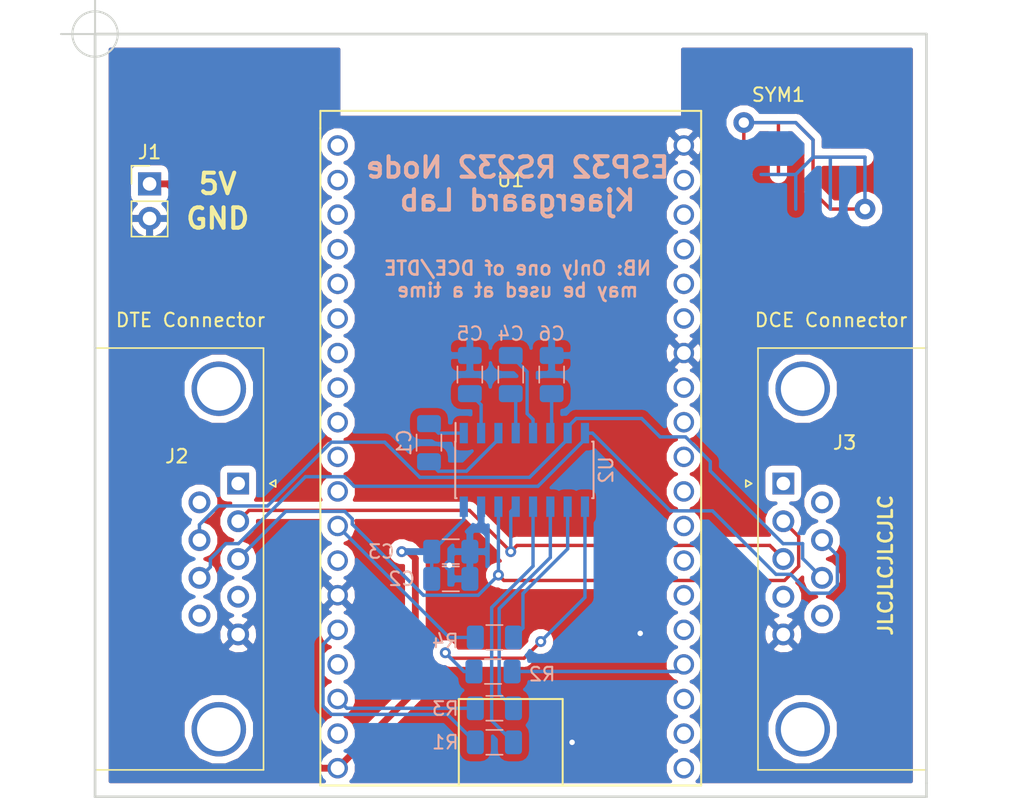
<source format=kicad_pcb>
(kicad_pcb (version 20171130) (host pcbnew 5.0.2-bee76a0~70~ubuntu18.04.1)

  (general
    (thickness 1.6)
    (drawings 13)
    (tracks 141)
    (zones 0)
    (modules 16)
    (nets 59)
  )

  (page A4)
  (layers
    (0 F.Cu signal)
    (31 B.Cu signal)
    (32 B.Adhes user)
    (33 F.Adhes user)
    (34 B.Paste user)
    (35 F.Paste user)
    (36 B.SilkS user)
    (37 F.SilkS user)
    (38 B.Mask user)
    (39 F.Mask user)
    (40 Dwgs.User user)
    (41 Cmts.User user)
    (42 Eco1.User user)
    (43 Eco2.User user)
    (44 Edge.Cuts user)
    (45 Margin user)
    (46 B.CrtYd user)
    (47 F.CrtYd user)
    (48 B.Fab user)
    (49 F.Fab user)
  )

  (setup
    (last_trace_width 0.25)
    (user_trace_width 0.5)
    (trace_clearance 0.2)
    (zone_clearance 0.508)
    (zone_45_only no)
    (trace_min 0.2)
    (segment_width 0.2)
    (edge_width 0.15)
    (via_size 0.8)
    (via_drill 0.4)
    (via_min_size 0.4)
    (via_min_drill 0.3)
    (uvia_size 0.3)
    (uvia_drill 0.1)
    (uvias_allowed no)
    (uvia_min_size 0.2)
    (uvia_min_drill 0.1)
    (pcb_text_width 0.3)
    (pcb_text_size 1.5 1.5)
    (mod_edge_width 0.15)
    (mod_text_size 1 1)
    (mod_text_width 0.15)
    (pad_size 1.524 1.524)
    (pad_drill 0.762)
    (pad_to_mask_clearance 0.051)
    (solder_mask_min_width 0.25)
    (aux_axis_origin 94.5 55)
    (grid_origin 94.5 55)
    (visible_elements FFFFFF7F)
    (pcbplotparams
      (layerselection 0x010fc_ffffffff)
      (usegerberextensions false)
      (usegerberattributes false)
      (usegerberadvancedattributes false)
      (creategerberjobfile false)
      (excludeedgelayer true)
      (linewidth 0.100000)
      (plotframeref false)
      (viasonmask false)
      (mode 1)
      (useauxorigin false)
      (hpglpennumber 1)
      (hpglpenspeed 20)
      (hpglpendiameter 15.000000)
      (psnegative false)
      (psa4output false)
      (plotreference true)
      (plotvalue true)
      (plotinvisibletext false)
      (padsonsilk false)
      (subtractmaskfromsilk false)
      (outputformat 1)
      (mirror false)
      (drillshape 0)
      (scaleselection 1)
      (outputdirectory "CAM"))
  )

  (net 0 "")
  (net 1 "Net-(C1-Pad1)")
  (net 2 "Net-(C5-Pad2)")
  (net 3 "Net-(C1-Pad2)")
  (net 4 "Net-(C4-Pad1)")
  (net 5 "Net-(C4-Pad2)")
  (net 6 "Net-(C6-Pad2)")
  (net 7 /RTS)
  (net 8 /CTS)
  (net 9 /RXD)
  (net 10 /TXD)
  (net 11 GND)
  (net 12 +5V)
  (net 13 "Net-(U1-Pad1)")
  (net 14 "Net-(U1-Pad2)")
  (net 15 "Net-(U1-Pad3)")
  (net 16 "Net-(U1-Pad4)")
  (net 17 "Net-(U1-Pad5)")
  (net 18 "Net-(U1-Pad6)")
  (net 19 "Net-(U1-Pad7)")
  (net 20 "Net-(U1-Pad8)")
  (net 21 "Net-(U1-Pad9)")
  (net 22 "Net-(U1-Pad10)")
  (net 23 "Net-(U1-Pad11)")
  (net 24 "Net-(U1-Pad21)")
  (net 25 "Net-(U1-Pad22)")
  (net 26 "Net-(U1-Pad24)")
  (net 27 "Net-(U1-Pad25)")
  (net 28 "Net-(U1-Pad26)")
  (net 29 "Net-(U1-Pad27)")
  (net 30 "Net-(U1-Pad28)")
  (net 31 "Net-(U1-Pad29)")
  (net 32 "Net-(U1-Pad30)")
  (net 33 "Net-(U1-Pad31)")
  (net 34 "Net-(U1-Pad33)")
  (net 35 "Net-(U1-Pad34)")
  (net 36 "Net-(U1-Pad35)")
  (net 37 "Net-(U1-Pad36)")
  (net 38 "Net-(U1-Pad37)")
  (net 39 /DCD)
  (net 40 /DTR)
  (net 41 /DSR)
  (net 42 /RI)
  (net 43 "Net-(J3-Pad1)")
  (net 44 "Net-(J3-Pad4)")
  (net 45 "Net-(J3-Pad6)")
  (net 46 "Net-(J3-Pad9)")
  (net 47 "Net-(R1-Pad1)")
  (net 48 "Net-(R1-Pad2)")
  (net 49 "Net-(R2-Pad2)")
  (net 50 "Net-(R2-Pad1)")
  (net 51 "Net-(R3-Pad1)")
  (net 52 "Net-(R4-Pad2)")
  (net 53 "Net-(R4-Pad1)")
  (net 54 "Net-(U1-Pad20)")
  (net 55 "Net-(U1-Pad18)")
  (net 56 "Net-(U1-Pad16)")
  (net 57 /ESP_TX)
  (net 58 "Net-(U1-Pad13)")

  (net_class Default "This is the default net class."
    (clearance 0.2)
    (trace_width 0.25)
    (via_dia 0.8)
    (via_drill 0.4)
    (uvia_dia 0.3)
    (uvia_drill 0.1)
    (add_net +5V)
    (add_net /CTS)
    (add_net /DCD)
    (add_net /DSR)
    (add_net /DTR)
    (add_net /ESP_TX)
    (add_net /RI)
    (add_net /RTS)
    (add_net /RXD)
    (add_net /TXD)
    (add_net GND)
    (add_net "Net-(C1-Pad1)")
    (add_net "Net-(C1-Pad2)")
    (add_net "Net-(C4-Pad1)")
    (add_net "Net-(C4-Pad2)")
    (add_net "Net-(C5-Pad2)")
    (add_net "Net-(C6-Pad2)")
    (add_net "Net-(J3-Pad1)")
    (add_net "Net-(J3-Pad4)")
    (add_net "Net-(J3-Pad6)")
    (add_net "Net-(J3-Pad9)")
    (add_net "Net-(R1-Pad1)")
    (add_net "Net-(R1-Pad2)")
    (add_net "Net-(R2-Pad1)")
    (add_net "Net-(R2-Pad2)")
    (add_net "Net-(R3-Pad1)")
    (add_net "Net-(R4-Pad1)")
    (add_net "Net-(R4-Pad2)")
    (add_net "Net-(U1-Pad1)")
    (add_net "Net-(U1-Pad10)")
    (add_net "Net-(U1-Pad11)")
    (add_net "Net-(U1-Pad13)")
    (add_net "Net-(U1-Pad16)")
    (add_net "Net-(U1-Pad18)")
    (add_net "Net-(U1-Pad2)")
    (add_net "Net-(U1-Pad20)")
    (add_net "Net-(U1-Pad21)")
    (add_net "Net-(U1-Pad22)")
    (add_net "Net-(U1-Pad24)")
    (add_net "Net-(U1-Pad25)")
    (add_net "Net-(U1-Pad26)")
    (add_net "Net-(U1-Pad27)")
    (add_net "Net-(U1-Pad28)")
    (add_net "Net-(U1-Pad29)")
    (add_net "Net-(U1-Pad3)")
    (add_net "Net-(U1-Pad30)")
    (add_net "Net-(U1-Pad31)")
    (add_net "Net-(U1-Pad33)")
    (add_net "Net-(U1-Pad34)")
    (add_net "Net-(U1-Pad35)")
    (add_net "Net-(U1-Pad36)")
    (add_net "Net-(U1-Pad37)")
    (add_net "Net-(U1-Pad4)")
    (add_net "Net-(U1-Pad5)")
    (add_net "Net-(U1-Pad6)")
    (add_net "Net-(U1-Pad7)")
    (add_net "Net-(U1-Pad8)")
    (add_net "Net-(U1-Pad9)")
  )

  (module ESP-GPIB:ESP32_DevKit_C (layer F.Cu) (tedit 5E72E5F2) (tstamp 5E606D95)
    (at 125 83.5)
    (path /5E4056AF)
    (fp_text reference U1 (at 0 -17.78) (layer F.SilkS)
      (effects (font (size 1 1) (thickness 0.15)))
    )
    (fp_text value ESP32_DevKitC (at 0 -20.32) (layer F.Fab)
      (effects (font (size 1 1) (thickness 0.15)))
    )
    (fp_line (start 3.81 20.32) (end 3.81 26.67) (layer F.SilkS) (width 0.15))
    (fp_line (start -3.81 20.32) (end 3.81 20.32) (layer F.SilkS) (width 0.15))
    (fp_line (start -3.81 26.67) (end -3.81 20.32) (layer F.SilkS) (width 0.15))
    (fp_line (start -13.97 -22.86) (end -13.97 -21.59) (layer F.SilkS) (width 0.15))
    (fp_line (start 13.97 -22.86) (end -13.97 -22.86) (layer F.SilkS) (width 0.15))
    (fp_line (start 13.97 26.67) (end 13.97 -22.86) (layer F.SilkS) (width 0.15))
    (fp_line (start -13.97 26.67) (end 13.97 26.67) (layer F.SilkS) (width 0.15))
    (fp_line (start -13.97 -21.59) (end -13.97 26.67) (layer F.SilkS) (width 0.15))
    (fp_text user "KEEP OUT" (at 0 -25.4) (layer Cmts.User)
      (effects (font (size 2 2) (thickness 0.15)))
    )
    (fp_line (start 3.81 -22.86) (end 8.89 -27.94) (layer Dwgs.User) (width 0.15))
    (fp_line (start -1.27 -22.86) (end 3.81 -27.94) (layer Dwgs.User) (width 0.15))
    (fp_line (start -6.35 -22.86) (end -1.27 -27.94) (layer Dwgs.User) (width 0.15))
    (fp_line (start -11.43 -22.86) (end -6.35 -27.94) (layer Dwgs.User) (width 0.15))
    (fp_line (start 11.43 -22.86) (end -11.43 -22.86) (layer Dwgs.User) (width 0.15))
    (fp_line (start 11.43 -27.94) (end 11.43 -22.86) (layer Dwgs.User) (width 0.15))
    (fp_line (start -11.43 -27.94) (end 11.43 -27.94) (layer Dwgs.User) (width 0.15))
    (fp_line (start -11.43 -22.86) (end -11.43 -27.94) (layer Dwgs.User) (width 0.15))
    (pad 38 thru_hole circle (at 12.7 -20.32) (size 1.5 1.5) (drill 1.02) (layers *.Cu *.Mask)
      (net 11 GND))
    (pad 37 thru_hole circle (at 12.7 -17.78) (size 1.5 1.5) (drill 1.02) (layers *.Cu *.Mask)
      (net 38 "Net-(U1-Pad37)"))
    (pad 36 thru_hole circle (at 12.7 -15.24) (size 1.5 1.5) (drill 1.02) (layers *.Cu *.Mask)
      (net 37 "Net-(U1-Pad36)"))
    (pad 35 thru_hole circle (at 12.7 -12.7) (size 1.5 1.5) (drill 1.02) (layers *.Cu *.Mask)
      (net 36 "Net-(U1-Pad35)"))
    (pad 34 thru_hole circle (at 12.7 -10.16) (size 1.5 1.5) (drill 1.02) (layers *.Cu *.Mask)
      (net 35 "Net-(U1-Pad34)"))
    (pad 33 thru_hole circle (at 12.7 -7.62) (size 1.5 1.5) (drill 1.02) (layers *.Cu *.Mask)
      (net 34 "Net-(U1-Pad33)"))
    (pad 32 thru_hole circle (at 12.7 -5.08) (size 1.5 1.5) (drill 1.02) (layers *.Cu *.Mask)
      (net 11 GND))
    (pad 31 thru_hole circle (at 12.7 -2.54) (size 1.5 1.5) (drill 1.02) (layers *.Cu *.Mask)
      (net 33 "Net-(U1-Pad31)"))
    (pad 30 thru_hole circle (at 12.7 0) (size 1.5 1.5) (drill 1.02) (layers *.Cu *.Mask)
      (net 32 "Net-(U1-Pad30)"))
    (pad 29 thru_hole circle (at 12.7 2.54) (size 1.5 1.5) (drill 1.02) (layers *.Cu *.Mask)
      (net 31 "Net-(U1-Pad29)"))
    (pad 28 thru_hole circle (at 12.7 5.08) (size 1.5 1.5) (drill 1.02) (layers *.Cu *.Mask)
      (net 30 "Net-(U1-Pad28)"))
    (pad 27 thru_hole circle (at 12.7 7.62) (size 1.5 1.5) (drill 1.02) (layers *.Cu *.Mask)
      (net 29 "Net-(U1-Pad27)"))
    (pad 26 thru_hole circle (at 12.7 10.16) (size 1.5 1.5) (drill 1.02) (layers *.Cu *.Mask)
      (net 28 "Net-(U1-Pad26)"))
    (pad 25 thru_hole circle (at 12.7 12.7) (size 1.5 1.5) (drill 1.02) (layers *.Cu *.Mask)
      (net 27 "Net-(U1-Pad25)"))
    (pad 24 thru_hole circle (at 12.7 15.24) (size 1.5 1.5) (drill 1.02) (layers *.Cu *.Mask)
      (net 26 "Net-(U1-Pad24)"))
    (pad 23 thru_hole circle (at 12.7 17.78) (size 1.5 1.5) (drill 1.02) (layers *.Cu *.Mask)
      (net 49 "Net-(R2-Pad2)"))
    (pad 22 thru_hole circle (at 12.7 20.32) (size 1.5 1.5) (drill 1.02) (layers *.Cu *.Mask)
      (net 25 "Net-(U1-Pad22)"))
    (pad 21 thru_hole circle (at 12.7 22.86) (size 1.5 1.5) (drill 1.02) (layers *.Cu *.Mask)
      (net 24 "Net-(U1-Pad21)"))
    (pad 20 thru_hole circle (at 12.7 25.4) (size 1.5 1.5) (drill 1.02) (layers *.Cu *.Mask)
      (net 54 "Net-(U1-Pad20)"))
    (pad 19 thru_hole circle (at -12.7 25.4) (size 1.5 1.5) (drill 1.02) (layers *.Cu *.Mask)
      (net 12 +5V))
    (pad 18 thru_hole circle (at -12.7 22.86) (size 1.5 1.5) (drill 1.02) (layers *.Cu *.Mask)
      (net 55 "Net-(U1-Pad18)"))
    (pad 17 thru_hole circle (at -12.7 20.32) (size 1.5 1.5) (drill 1.02) (layers *.Cu *.Mask)
      (net 57 /ESP_TX))
    (pad 16 thru_hole circle (at -12.7 17.78) (size 1.5 1.5) (drill 1.02) (layers *.Cu *.Mask)
      (net 56 "Net-(U1-Pad16)"))
    (pad 15 thru_hole circle (at -12.7 15.24) (size 1.5 1.5) (drill 1.02) (layers *.Cu *.Mask)
      (net 48 "Net-(R1-Pad2)"))
    (pad 14 thru_hole circle (at -12.7 12.7) (size 1.5 1.5) (drill 1.02) (layers *.Cu *.Mask)
      (net 11 GND))
    (pad 13 thru_hole circle (at -12.7 10.16) (size 1.5 1.5) (drill 1.02) (layers *.Cu *.Mask)
      (net 58 "Net-(U1-Pad13)"))
    (pad 12 thru_hole circle (at -12.7 7.62) (size 1.5 1.5) (drill 1.02) (layers *.Cu *.Mask)
      (net 52 "Net-(R4-Pad2)"))
    (pad 11 thru_hole circle (at -12.7 5.08) (size 1.5 1.5) (drill 1.02) (layers *.Cu *.Mask)
      (net 23 "Net-(U1-Pad11)"))
    (pad 10 thru_hole circle (at -12.7 2.54) (size 1.5 1.5) (drill 1.02) (layers *.Cu *.Mask)
      (net 22 "Net-(U1-Pad10)"))
    (pad 9 thru_hole circle (at -12.7 0) (size 1.5 1.5) (drill 1.02) (layers *.Cu *.Mask)
      (net 21 "Net-(U1-Pad9)"))
    (pad 8 thru_hole circle (at -12.7 -2.54) (size 1.5 1.5) (drill 1.02) (layers *.Cu *.Mask)
      (net 20 "Net-(U1-Pad8)"))
    (pad 7 thru_hole circle (at -12.7 -5.08) (size 1.5 1.5) (drill 1.02) (layers *.Cu *.Mask)
      (net 19 "Net-(U1-Pad7)"))
    (pad 6 thru_hole circle (at -12.7 -7.62) (size 1.5 1.5) (drill 1.02) (layers *.Cu *.Mask)
      (net 18 "Net-(U1-Pad6)"))
    (pad 5 thru_hole circle (at -12.7 -10.16) (size 1.5 1.5) (drill 1.02) (layers *.Cu *.Mask)
      (net 17 "Net-(U1-Pad5)"))
    (pad 4 thru_hole circle (at -12.7 -12.7) (size 1.5 1.5) (drill 1.02) (layers *.Cu *.Mask)
      (net 16 "Net-(U1-Pad4)"))
    (pad 3 thru_hole circle (at -12.7 -15.24) (size 1.5 1.5) (drill 1.02) (layers *.Cu *.Mask)
      (net 15 "Net-(U1-Pad3)"))
    (pad 2 thru_hole circle (at -12.7 -17.78) (size 1.5 1.5) (drill 1.02) (layers *.Cu *.Mask)
      (net 14 "Net-(U1-Pad2)"))
    (pad 1 thru_hole circle (at -12.7 -20.32) (size 1.5 1.5) (drill 1.02) (layers *.Cu *.Mask)
      (net 13 "Net-(U1-Pad1)"))
  )

  (module ESP-GPIB:MC (layer F.Cu) (tedit 5E5EEE99) (tstamp 5E97E677)
    (at 147.18 64.04)
    (path /5E992521)
    (fp_text reference SYM1 (at -2.54 -4.58) (layer F.SilkS)
      (effects (font (size 1 1) (thickness 0.15)))
    )
    (fp_text value Logo (at -2.54 -5.58) (layer F.Fab)
      (effects (font (size 1 1) (thickness 0.15)))
    )
    (fp_line (start -5.08 -2.54) (end -1.27 -2.54) (layer F.Cu) (width 0.25))
    (fp_line (start -1.27 -2.54) (end 0 -1.27) (layer F.Cu) (width 0.25))
    (fp_line (start 0 2.54) (end 1.27 3.81) (layer F.Cu) (width 0.25))
    (fp_line (start 1.27 3.81) (end 3.81 3.81) (layer F.Cu) (width 0.25))
    (fp_line (start 0 0) (end 3.81 0) (layer F.Cu) (width 0.25))
    (fp_line (start -2.54 -2.54) (end -2.54 1.27) (layer F.Cu) (width 0.25))
    (fp_line (start -5.08 -2.54) (end -5.08 1.27) (layer F.Cu) (width 0.25))
    (fp_line (start 0 -1.27) (end 0 2.54) (layer F.Cu) (width 0.25))
    (fp_line (start 3.81 0) (end 3.81 3.81) (layer B.Cu) (width 0.25))
    (fp_line (start 3.81 0) (end 0 0) (layer B.Cu) (width 0.25))
    (fp_line (start 0 0) (end -1.27 1.27) (layer B.Cu) (width 0.25))
    (fp_line (start -1.27 1.27) (end -3.81 1.27) (layer B.Cu) (width 0.25))
    (fp_line (start -1.27 1.27) (end -1.27 3.81) (layer B.Cu) (width 0.25))
    (fp_line (start 1.27 0) (end 1.27 3.81) (layer B.Cu) (width 0.25))
    (fp_line (start 0 0) (end 0 -1.27) (layer B.Cu) (width 0.25))
    (fp_line (start 0 -1.27) (end -1.27 -2.54) (layer B.Cu) (width 0.25))
    (fp_line (start -1.27 -2.54) (end -5.08 -2.54) (layer B.Cu) (width 0.25))
    (pad "" thru_hole circle (at -5.08 -2.54) (size 1.524 1.524) (drill 0.762) (layers *.Cu)
      (zone_connect 0))
    (pad "" thru_hole circle (at 3.81 3.81) (size 1.524 1.524) (drill 0.762) (layers *.Cu)
      (zone_connect 0))
  )

  (module Resistor_SMD:R_1206_3216Metric (layer B.Cu) (tedit 5E72E779) (tstamp 5E6063A9)
    (at 123.8 99.3 180)
    (descr "Resistor SMD 1206 (3216 Metric), square (rectangular) end terminal, IPC_7351 nominal, (Body size source: http://www.tortai-tech.com/upload/download/2011102023233369053.pdf), generated with kicad-footprint-generator")
    (tags resistor)
    (path /5E60941A)
    (attr smd)
    (fp_text reference R4 (at 3.6 -0.265001 180) (layer B.SilkS)
      (effects (font (size 1 1) (thickness 0.15)) (justify mirror))
    )
    (fp_text value 0R (at 0 -1.82 180) (layer B.Fab) hide
      (effects (font (size 1 1) (thickness 0.15)) (justify mirror))
    )
    (fp_text user %R (at 3.1 0 180) (layer B.Fab)
      (effects (font (size 0.8 0.8) (thickness 0.12)) (justify mirror))
    )
    (fp_line (start 2.28 -1.12) (end -2.28 -1.12) (layer B.CrtYd) (width 0.05))
    (fp_line (start 2.28 1.12) (end 2.28 -1.12) (layer B.CrtYd) (width 0.05))
    (fp_line (start -2.28 1.12) (end 2.28 1.12) (layer B.CrtYd) (width 0.05))
    (fp_line (start -2.28 -1.12) (end -2.28 1.12) (layer B.CrtYd) (width 0.05))
    (fp_line (start -0.602064 -0.91) (end 0.602064 -0.91) (layer B.SilkS) (width 0.12))
    (fp_line (start -0.602064 0.91) (end 0.602064 0.91) (layer B.SilkS) (width 0.12))
    (fp_line (start 1.6 -0.8) (end -1.6 -0.8) (layer B.Fab) (width 0.1))
    (fp_line (start 1.6 0.8) (end 1.6 -0.8) (layer B.Fab) (width 0.1))
    (fp_line (start -1.6 0.8) (end 1.6 0.8) (layer B.Fab) (width 0.1))
    (fp_line (start -1.6 -0.8) (end -1.6 0.8) (layer B.Fab) (width 0.1))
    (pad 2 smd roundrect (at 1.4 0 180) (size 1.25 1.75) (layers B.Cu B.Paste B.Mask) (roundrect_rratio 0.2)
      (net 52 "Net-(R4-Pad2)"))
    (pad 1 smd roundrect (at -1.4 0 180) (size 1.25 1.75) (layers B.Cu B.Paste B.Mask) (roundrect_rratio 0.2)
      (net 53 "Net-(R4-Pad1)"))
    (model ${KISYS3DMOD}/Resistor_SMD.3dshapes/R_1206_3216Metric.wrl
      (at (xyz 0 0 0))
      (scale (xyz 1 1 1))
      (rotate (xyz 0 0 0))
    )
  )

  (module Resistor_SMD:R_1206_3216Metric (layer B.Cu) (tedit 5E72E792) (tstamp 5E605C2C)
    (at 123.8 104.5 180)
    (descr "Resistor SMD 1206 (3216 Metric), square (rectangular) end terminal, IPC_7351 nominal, (Body size source: http://www.tortai-tech.com/upload/download/2011102023233369053.pdf), generated with kicad-footprint-generator")
    (tags resistor)
    (path /5E6093E8)
    (attr smd)
    (fp_text reference R3 (at 3.6 -0.03 180) (layer B.SilkS)
      (effects (font (size 1 1) (thickness 0.15)) (justify mirror))
    )
    (fp_text value 0R (at 3.1 -0.03 180) (layer B.Fab) hide
      (effects (font (size 1 1) (thickness 0.15)) (justify mirror))
    )
    (fp_line (start -1.6 -0.8) (end -1.6 0.8) (layer B.Fab) (width 0.1))
    (fp_line (start -1.6 0.8) (end 1.6 0.8) (layer B.Fab) (width 0.1))
    (fp_line (start 1.6 0.8) (end 1.6 -0.8) (layer B.Fab) (width 0.1))
    (fp_line (start 1.6 -0.8) (end -1.6 -0.8) (layer B.Fab) (width 0.1))
    (fp_line (start -0.602064 0.91) (end 0.602064 0.91) (layer B.SilkS) (width 0.12))
    (fp_line (start -0.602064 -0.91) (end 0.602064 -0.91) (layer B.SilkS) (width 0.12))
    (fp_line (start -2.28 -1.12) (end -2.28 1.12) (layer B.CrtYd) (width 0.05))
    (fp_line (start -2.28 1.12) (end 2.28 1.12) (layer B.CrtYd) (width 0.05))
    (fp_line (start 2.28 1.12) (end 2.28 -1.12) (layer B.CrtYd) (width 0.05))
    (fp_line (start 2.28 -1.12) (end -2.28 -1.12) (layer B.CrtYd) (width 0.05))
    (fp_text user %R (at 3.6 0 180) (layer B.Fab)
      (effects (font (size 0.8 0.8) (thickness 0.12)) (justify mirror))
    )
    (pad 1 smd roundrect (at -1.4 0 180) (size 1.25 1.75) (layers B.Cu B.Paste B.Mask) (roundrect_rratio 0.2)
      (net 51 "Net-(R3-Pad1)"))
    (pad 2 smd roundrect (at 1.4 0 180) (size 1.25 1.75) (layers B.Cu B.Paste B.Mask) (roundrect_rratio 0.2)
      (net 57 /ESP_TX))
    (model ${KISYS3DMOD}/Resistor_SMD.3dshapes/R_1206_3216Metric.wrl
      (at (xyz 0 0 0))
      (scale (xyz 1 1 1))
      (rotate (xyz 0 0 0))
    )
  )

  (module Resistor_SMD:R_1206_3216Metric (layer B.Cu) (tedit 5E72E786) (tstamp 5E605C1B)
    (at 123.7 101.8)
    (descr "Resistor SMD 1206 (3216 Metric), square (rectangular) end terminal, IPC_7351 nominal, (Body size source: http://www.tortai-tech.com/upload/download/2011102023233369053.pdf), generated with kicad-footprint-generator")
    (tags resistor)
    (path /5E6093AA)
    (attr smd)
    (fp_text reference R2 (at 3.6 0.205001) (layer B.SilkS)
      (effects (font (size 1 1) (thickness 0.15)) (justify mirror))
    )
    (fp_text value 1k (at 0 -1.82) (layer B.Fab) hide
      (effects (font (size 1 1) (thickness 0.15)) (justify mirror))
    )
    (fp_text user %R (at 3.6 0.205001) (layer B.Fab)
      (effects (font (size 0.8 0.8) (thickness 0.12)) (justify mirror))
    )
    (fp_line (start 2.28 -1.12) (end -2.28 -1.12) (layer B.CrtYd) (width 0.05))
    (fp_line (start 2.28 1.12) (end 2.28 -1.12) (layer B.CrtYd) (width 0.05))
    (fp_line (start -2.28 1.12) (end 2.28 1.12) (layer B.CrtYd) (width 0.05))
    (fp_line (start -2.28 -1.12) (end -2.28 1.12) (layer B.CrtYd) (width 0.05))
    (fp_line (start -0.602064 -0.91) (end 0.602064 -0.91) (layer B.SilkS) (width 0.12))
    (fp_line (start -0.602064 0.91) (end 0.602064 0.91) (layer B.SilkS) (width 0.12))
    (fp_line (start 1.6 -0.8) (end -1.6 -0.8) (layer B.Fab) (width 0.1))
    (fp_line (start 1.6 0.8) (end 1.6 -0.8) (layer B.Fab) (width 0.1))
    (fp_line (start -1.6 0.8) (end 1.6 0.8) (layer B.Fab) (width 0.1))
    (fp_line (start -1.6 -0.8) (end -1.6 0.8) (layer B.Fab) (width 0.1))
    (pad 2 smd roundrect (at 1.4 0) (size 1.25 1.75) (layers B.Cu B.Paste B.Mask) (roundrect_rratio 0.2)
      (net 49 "Net-(R2-Pad2)"))
    (pad 1 smd roundrect (at -1.4 0) (size 1.25 1.75) (layers B.Cu B.Paste B.Mask) (roundrect_rratio 0.2)
      (net 50 "Net-(R2-Pad1)"))
    (model ${KISYS3DMOD}/Resistor_SMD.3dshapes/R_1206_3216Metric.wrl
      (at (xyz 0 0 0))
      (scale (xyz 1 1 1))
      (rotate (xyz 0 0 0))
    )
  )

  (module Resistor_SMD:R_1206_3216Metric (layer B.Cu) (tedit 5E72E775) (tstamp 5E605C0A)
    (at 123.8 107 180)
    (descr "Resistor SMD 1206 (3216 Metric), square (rectangular) end terminal, IPC_7351 nominal, (Body size source: http://www.tortai-tech.com/upload/download/2011102023233369053.pdf), generated with kicad-footprint-generator")
    (tags resistor)
    (path /5E606A84)
    (attr smd)
    (fp_text reference R1 (at 3.6 0 180) (layer B.SilkS)
      (effects (font (size 1 1) (thickness 0.15)) (justify mirror))
    )
    (fp_text value 1k (at 0.6 -0.5 180) (layer B.Fab) hide
      (effects (font (size 1 1) (thickness 0.15)) (justify mirror))
    )
    (fp_line (start -1.6 -0.8) (end -1.6 0.8) (layer B.Fab) (width 0.1))
    (fp_line (start -1.6 0.8) (end 1.6 0.8) (layer B.Fab) (width 0.1))
    (fp_line (start 1.6 0.8) (end 1.6 -0.8) (layer B.Fab) (width 0.1))
    (fp_line (start 1.6 -0.8) (end -1.6 -0.8) (layer B.Fab) (width 0.1))
    (fp_line (start -0.602064 0.91) (end 0.602064 0.91) (layer B.SilkS) (width 0.12))
    (fp_line (start -0.602064 -0.91) (end 0.602064 -0.91) (layer B.SilkS) (width 0.12))
    (fp_line (start -2.28 -1.12) (end -2.28 1.12) (layer B.CrtYd) (width 0.05))
    (fp_line (start -2.28 1.12) (end 2.28 1.12) (layer B.CrtYd) (width 0.05))
    (fp_line (start 2.28 1.12) (end 2.28 -1.12) (layer B.CrtYd) (width 0.05))
    (fp_line (start 2.28 -1.12) (end -2.28 -1.12) (layer B.CrtYd) (width 0.05))
    (fp_text user %R (at 3.1 0 180) (layer B.Fab)
      (effects (font (size 0.8 0.8) (thickness 0.12)) (justify mirror))
    )
    (pad 1 smd roundrect (at -1.4 0 180) (size 1.25 1.75) (layers B.Cu B.Paste B.Mask) (roundrect_rratio 0.2)
      (net 47 "Net-(R1-Pad1)"))
    (pad 2 smd roundrect (at 1.4 0 180) (size 1.25 1.75) (layers B.Cu B.Paste B.Mask) (roundrect_rratio 0.2)
      (net 48 "Net-(R1-Pad2)"))
    (model ${KISYS3DMOD}/Resistor_SMD.3dshapes/R_1206_3216Metric.wrl
      (at (xyz 0 0 0))
      (scale (xyz 1 1 1))
      (rotate (xyz 0 0 0))
    )
  )

  (module Capacitor_SMD:C_1206_3216Metric (layer B.Cu) (tedit 5B301BBE) (tstamp 5E5EEAAF)
    (at 128 80 270)
    (descr "Capacitor SMD 1206 (3216 Metric), square (rectangular) end terminal, IPC_7351 nominal, (Body size source: http://www.tortai-tech.com/upload/download/2011102023233369053.pdf), generated with kicad-footprint-generator")
    (tags capacitor)
    (path /5E413BEA)
    (attr smd)
    (fp_text reference C6 (at -3 0 180) (layer B.SilkS)
      (effects (font (size 1 1) (thickness 0.15)) (justify mirror))
    )
    (fp_text value 100n (at 0 -1.82 270) (layer B.Fab)
      (effects (font (size 1 1) (thickness 0.15)) (justify mirror))
    )
    (fp_text user %R (at -0.145001 0 270) (layer B.Fab)
      (effects (font (size 0.8 0.8) (thickness 0.12)) (justify mirror))
    )
    (fp_line (start 2.28 -1.12) (end -2.28 -1.12) (layer B.CrtYd) (width 0.05))
    (fp_line (start 2.28 1.12) (end 2.28 -1.12) (layer B.CrtYd) (width 0.05))
    (fp_line (start -2.28 1.12) (end 2.28 1.12) (layer B.CrtYd) (width 0.05))
    (fp_line (start -2.28 -1.12) (end -2.28 1.12) (layer B.CrtYd) (width 0.05))
    (fp_line (start -0.602064 -0.91) (end 0.602064 -0.91) (layer B.SilkS) (width 0.12))
    (fp_line (start -0.602064 0.91) (end 0.602064 0.91) (layer B.SilkS) (width 0.12))
    (fp_line (start 1.6 -0.8) (end -1.6 -0.8) (layer B.Fab) (width 0.1))
    (fp_line (start 1.6 0.8) (end 1.6 -0.8) (layer B.Fab) (width 0.1))
    (fp_line (start -1.6 0.8) (end 1.6 0.8) (layer B.Fab) (width 0.1))
    (fp_line (start -1.6 -0.8) (end -1.6 0.8) (layer B.Fab) (width 0.1))
    (pad 2 smd roundrect (at 1.4 0 270) (size 1.25 1.75) (layers B.Cu B.Paste B.Mask) (roundrect_rratio 0.2)
      (net 6 "Net-(C6-Pad2)"))
    (pad 1 smd roundrect (at -1.4 0 270) (size 1.25 1.75) (layers B.Cu B.Paste B.Mask) (roundrect_rratio 0.2)
      (net 11 GND))
    (model ${KISYS3DMOD}/Capacitor_SMD.3dshapes/C_1206_3216Metric.wrl
      (at (xyz 0 0 0))
      (scale (xyz 1 1 1))
      (rotate (xyz 0 0 0))
    )
  )

  (module Capacitor_SMD:C_1206_3216Metric (layer B.Cu) (tedit 5B301BBE) (tstamp 5E5EEA9E)
    (at 122 80 270)
    (descr "Capacitor SMD 1206 (3216 Metric), square (rectangular) end terminal, IPC_7351 nominal, (Body size source: http://www.tortai-tech.com/upload/download/2011102023233369053.pdf), generated with kicad-footprint-generator")
    (tags capacitor)
    (path /5E413B3F)
    (attr smd)
    (fp_text reference C5 (at -3 0) (layer B.SilkS)
      (effects (font (size 1 1) (thickness 0.15)) (justify mirror))
    )
    (fp_text value 100n (at 0 -1.82 270) (layer B.Fab)
      (effects (font (size 1 1) (thickness 0.15)) (justify mirror))
    )
    (fp_line (start -1.6 -0.8) (end -1.6 0.8) (layer B.Fab) (width 0.1))
    (fp_line (start -1.6 0.8) (end 1.6 0.8) (layer B.Fab) (width 0.1))
    (fp_line (start 1.6 0.8) (end 1.6 -0.8) (layer B.Fab) (width 0.1))
    (fp_line (start 1.6 -0.8) (end -1.6 -0.8) (layer B.Fab) (width 0.1))
    (fp_line (start -0.602064 0.91) (end 0.602064 0.91) (layer B.SilkS) (width 0.12))
    (fp_line (start -0.602064 -0.91) (end 0.602064 -0.91) (layer B.SilkS) (width 0.12))
    (fp_line (start -2.28 -1.12) (end -2.28 1.12) (layer B.CrtYd) (width 0.05))
    (fp_line (start -2.28 1.12) (end 2.28 1.12) (layer B.CrtYd) (width 0.05))
    (fp_line (start 2.28 1.12) (end 2.28 -1.12) (layer B.CrtYd) (width 0.05))
    (fp_line (start 2.28 -1.12) (end -2.28 -1.12) (layer B.CrtYd) (width 0.05))
    (fp_text user %R (at 0 0 270) (layer B.Fab)
      (effects (font (size 0.8 0.8) (thickness 0.12)) (justify mirror))
    )
    (pad 1 smd roundrect (at -1.4 0 270) (size 1.25 1.75) (layers B.Cu B.Paste B.Mask) (roundrect_rratio 0.2)
      (net 11 GND))
    (pad 2 smd roundrect (at 1.4 0 270) (size 1.25 1.75) (layers B.Cu B.Paste B.Mask) (roundrect_rratio 0.2)
      (net 2 "Net-(C5-Pad2)"))
    (model ${KISYS3DMOD}/Capacitor_SMD.3dshapes/C_1206_3216Metric.wrl
      (at (xyz 0 0 0))
      (scale (xyz 1 1 1))
      (rotate (xyz 0 0 0))
    )
  )

  (module Capacitor_SMD:C_1206_3216Metric (layer B.Cu) (tedit 5B301BBE) (tstamp 5E5EEA8D)
    (at 125 80 90)
    (descr "Capacitor SMD 1206 (3216 Metric), square (rectangular) end terminal, IPC_7351 nominal, (Body size source: http://www.tortai-tech.com/upload/download/2011102023233369053.pdf), generated with kicad-footprint-generator")
    (tags capacitor)
    (path /5E413B00)
    (attr smd)
    (fp_text reference C4 (at 3 0 180) (layer B.SilkS)
      (effects (font (size 1 1) (thickness 0.15)) (justify mirror))
    )
    (fp_text value 100n (at 0 -1.82 90) (layer B.Fab)
      (effects (font (size 1 1) (thickness 0.15)) (justify mirror))
    )
    (fp_text user %R (at 0 0 90) (layer B.Fab)
      (effects (font (size 0.8 0.8) (thickness 0.12)) (justify mirror))
    )
    (fp_line (start 2.28 -1.12) (end -2.28 -1.12) (layer B.CrtYd) (width 0.05))
    (fp_line (start 2.28 1.12) (end 2.28 -1.12) (layer B.CrtYd) (width 0.05))
    (fp_line (start -2.28 1.12) (end 2.28 1.12) (layer B.CrtYd) (width 0.05))
    (fp_line (start -2.28 -1.12) (end -2.28 1.12) (layer B.CrtYd) (width 0.05))
    (fp_line (start -0.602064 -0.91) (end 0.602064 -0.91) (layer B.SilkS) (width 0.12))
    (fp_line (start -0.602064 0.91) (end 0.602064 0.91) (layer B.SilkS) (width 0.12))
    (fp_line (start 1.6 -0.8) (end -1.6 -0.8) (layer B.Fab) (width 0.1))
    (fp_line (start 1.6 0.8) (end 1.6 -0.8) (layer B.Fab) (width 0.1))
    (fp_line (start -1.6 0.8) (end 1.6 0.8) (layer B.Fab) (width 0.1))
    (fp_line (start -1.6 -0.8) (end -1.6 0.8) (layer B.Fab) (width 0.1))
    (pad 2 smd roundrect (at 1.4 0 90) (size 1.25 1.75) (layers B.Cu B.Paste B.Mask) (roundrect_rratio 0.2)
      (net 5 "Net-(C4-Pad2)"))
    (pad 1 smd roundrect (at -1.4 0 90) (size 1.25 1.75) (layers B.Cu B.Paste B.Mask) (roundrect_rratio 0.2)
      (net 4 "Net-(C4-Pad1)"))
    (model ${KISYS3DMOD}/Capacitor_SMD.3dshapes/C_1206_3216Metric.wrl
      (at (xyz 0 0 0))
      (scale (xyz 1 1 1))
      (rotate (xyz 0 0 0))
    )
  )

  (module Capacitor_SMD:C_1206_3216Metric (layer B.Cu) (tedit 5B301BBE) (tstamp 5E606F75)
    (at 120.6 93)
    (descr "Capacitor SMD 1206 (3216 Metric), square (rectangular) end terminal, IPC_7351 nominal, (Body size source: http://www.tortai-tech.com/upload/download/2011102023233369053.pdf), generated with kicad-footprint-generator")
    (tags capacitor)
    (path /5E5F120D)
    (attr smd)
    (fp_text reference C3 (at -5.1 0) (layer B.SilkS)
      (effects (font (size 1 1) (thickness 0.15)) (justify mirror))
    )
    (fp_text value 10n (at 0 -1.82) (layer B.Fab)
      (effects (font (size 1 1) (thickness 0.15)) (justify mirror))
    )
    (fp_line (start -1.6 -0.8) (end -1.6 0.8) (layer B.Fab) (width 0.1))
    (fp_line (start -1.6 0.8) (end 1.6 0.8) (layer B.Fab) (width 0.1))
    (fp_line (start 1.6 0.8) (end 1.6 -0.8) (layer B.Fab) (width 0.1))
    (fp_line (start 1.6 -0.8) (end -1.6 -0.8) (layer B.Fab) (width 0.1))
    (fp_line (start -0.602064 0.91) (end 0.602064 0.91) (layer B.SilkS) (width 0.12))
    (fp_line (start -0.602064 -0.91) (end 0.602064 -0.91) (layer B.SilkS) (width 0.12))
    (fp_line (start -2.28 -1.12) (end -2.28 1.12) (layer B.CrtYd) (width 0.05))
    (fp_line (start -2.28 1.12) (end 2.28 1.12) (layer B.CrtYd) (width 0.05))
    (fp_line (start 2.28 1.12) (end 2.28 -1.12) (layer B.CrtYd) (width 0.05))
    (fp_line (start 2.28 -1.12) (end -2.28 -1.12) (layer B.CrtYd) (width 0.05))
    (fp_text user %R (at 0 0) (layer B.Fab)
      (effects (font (size 0.8 0.8) (thickness 0.12)) (justify mirror))
    )
    (pad 1 smd roundrect (at -1.4 0) (size 1.25 1.75) (layers B.Cu B.Paste B.Mask) (roundrect_rratio 0.2)
      (net 12 +5V))
    (pad 2 smd roundrect (at 1.4 0) (size 1.25 1.75) (layers B.Cu B.Paste B.Mask) (roundrect_rratio 0.2)
      (net 11 GND))
    (model ${KISYS3DMOD}/Capacitor_SMD.3dshapes/C_1206_3216Metric.wrl
      (at (xyz 0 0 0))
      (scale (xyz 1 1 1))
      (rotate (xyz 0 0 0))
    )
  )

  (module Capacitor_SMD:C_1206_3216Metric (layer B.Cu) (tedit 5B301BBE) (tstamp 5E5EEA6B)
    (at 120.6 95)
    (descr "Capacitor SMD 1206 (3216 Metric), square (rectangular) end terminal, IPC_7351 nominal, (Body size source: http://www.tortai-tech.com/upload/download/2011102023233369053.pdf), generated with kicad-footprint-generator")
    (tags capacitor)
    (path /5E5F1165)
    (attr smd)
    (fp_text reference C2 (at -3.6 0) (layer B.SilkS)
      (effects (font (size 1 1) (thickness 0.15)) (justify mirror))
    )
    (fp_text value 100n (at 0 -1.82) (layer B.Fab)
      (effects (font (size 1 1) (thickness 0.15)) (justify mirror))
    )
    (fp_text user %R (at 0 0 180) (layer B.Fab)
      (effects (font (size 0.8 0.8) (thickness 0.12)) (justify mirror))
    )
    (fp_line (start 2.28 -1.12) (end -2.28 -1.12) (layer B.CrtYd) (width 0.05))
    (fp_line (start 2.28 1.12) (end 2.28 -1.12) (layer B.CrtYd) (width 0.05))
    (fp_line (start -2.28 1.12) (end 2.28 1.12) (layer B.CrtYd) (width 0.05))
    (fp_line (start -2.28 -1.12) (end -2.28 1.12) (layer B.CrtYd) (width 0.05))
    (fp_line (start -0.602064 -0.91) (end 0.602064 -0.91) (layer B.SilkS) (width 0.12))
    (fp_line (start -0.602064 0.91) (end 0.602064 0.91) (layer B.SilkS) (width 0.12))
    (fp_line (start 1.6 -0.8) (end -1.6 -0.8) (layer B.Fab) (width 0.1))
    (fp_line (start 1.6 0.8) (end 1.6 -0.8) (layer B.Fab) (width 0.1))
    (fp_line (start -1.6 0.8) (end 1.6 0.8) (layer B.Fab) (width 0.1))
    (fp_line (start -1.6 -0.8) (end -1.6 0.8) (layer B.Fab) (width 0.1))
    (pad 2 smd roundrect (at 1.4 0) (size 1.25 1.75) (layers B.Cu B.Paste B.Mask) (roundrect_rratio 0.2)
      (net 11 GND))
    (pad 1 smd roundrect (at -1.4 0) (size 1.25 1.75) (layers B.Cu B.Paste B.Mask) (roundrect_rratio 0.2)
      (net 12 +5V))
    (model ${KISYS3DMOD}/Capacitor_SMD.3dshapes/C_1206_3216Metric.wrl
      (at (xyz 0 0 0))
      (scale (xyz 1 1 1))
      (rotate (xyz 0 0 0))
    )
  )

  (module Capacitor_SMD:C_1206_3216Metric (layer B.Cu) (tedit 5B301BBE) (tstamp 5E5EEA5A)
    (at 119 85 270)
    (descr "Capacitor SMD 1206 (3216 Metric), square (rectangular) end terminal, IPC_7351 nominal, (Body size source: http://www.tortai-tech.com/upload/download/2011102023233369053.pdf), generated with kicad-footprint-generator")
    (tags capacitor)
    (path /5E412BA7)
    (attr smd)
    (fp_text reference C1 (at 0 1.82 270) (layer B.SilkS)
      (effects (font (size 1 1) (thickness 0.15)) (justify mirror))
    )
    (fp_text value 100n (at 0 -1.82 270) (layer B.Fab)
      (effects (font (size 1 1) (thickness 0.15)) (justify mirror))
    )
    (fp_line (start -1.6 -0.8) (end -1.6 0.8) (layer B.Fab) (width 0.1))
    (fp_line (start -1.6 0.8) (end 1.6 0.8) (layer B.Fab) (width 0.1))
    (fp_line (start 1.6 0.8) (end 1.6 -0.8) (layer B.Fab) (width 0.1))
    (fp_line (start 1.6 -0.8) (end -1.6 -0.8) (layer B.Fab) (width 0.1))
    (fp_line (start -0.602064 0.91) (end 0.602064 0.91) (layer B.SilkS) (width 0.12))
    (fp_line (start -0.602064 -0.91) (end 0.602064 -0.91) (layer B.SilkS) (width 0.12))
    (fp_line (start -2.28 -1.12) (end -2.28 1.12) (layer B.CrtYd) (width 0.05))
    (fp_line (start -2.28 1.12) (end 2.28 1.12) (layer B.CrtYd) (width 0.05))
    (fp_line (start 2.28 1.12) (end 2.28 -1.12) (layer B.CrtYd) (width 0.05))
    (fp_line (start 2.28 -1.12) (end -2.28 -1.12) (layer B.CrtYd) (width 0.05))
    (fp_text user %R (at 0 -0.145001 270) (layer B.Fab)
      (effects (font (size 0.8 0.8) (thickness 0.12)) (justify mirror))
    )
    (pad 1 smd roundrect (at -1.4 0 270) (size 1.25 1.75) (layers B.Cu B.Paste B.Mask) (roundrect_rratio 0.2)
      (net 1 "Net-(C1-Pad1)"))
    (pad 2 smd roundrect (at 1.4 0 270) (size 1.25 1.75) (layers B.Cu B.Paste B.Mask) (roundrect_rratio 0.2)
      (net 3 "Net-(C1-Pad2)"))
    (model ${KISYS3DMOD}/Capacitor_SMD.3dshapes/C_1206_3216Metric.wrl
      (at (xyz 0 0 0))
      (scale (xyz 1 1 1))
      (rotate (xyz 0 0 0))
    )
  )

  (module Connector_Dsub:DSUB-9_Female_Horizontal_P2.77x2.84mm_EdgePinOffset7.70mm_Housed_MountingHolesOffset9.12mm (layer F.Cu) (tedit 5E5EF0AA) (tstamp 5E5EEA49)
    (at 145 88 90)
    (descr "9-pin D-Sub connector, horizontal/angled (90 deg), THT-mount, female, pitch 2.77x2.84mm, pin-PCB-offset 7.699999999999999mm, distance of mounting holes 25mm, distance of mounting holes to PCB edge 9.12mm, see https://disti-assets.s3.amazonaws.com/tonar/files/datasheets/16730.pdf")
    (tags "9-pin D-Sub connector horizontal angled 90deg THT female pitch 2.77x2.84mm pin-PCB-offset 7.699999999999999mm mounting-holes-distance 25mm mounting-hole-offset 25mm")
    (path /5E4182F3)
    (fp_text reference J3 (at 3 4.5 180) (layer F.SilkS)
      (effects (font (size 1 1) (thickness 0.15)))
    )
    (fp_text value "DCE Connector" (at 12 3.5 180) (layer F.SilkS)
      (effects (font (size 1 1) (thickness 0.15)))
    )
    (fp_arc (start -18.04 1.42) (end -19.64 1.42) (angle 180) (layer F.Fab) (width 0.1))
    (fp_arc (start 6.96 1.42) (end 5.36 1.42) (angle 180) (layer F.Fab) (width 0.1))
    (fp_line (start -20.965 -1.8) (end -20.965 10.54) (layer F.Fab) (width 0.1))
    (fp_line (start -20.965 10.54) (end 9.885 10.54) (layer F.Fab) (width 0.1))
    (fp_line (start 9.885 10.54) (end 9.885 -1.8) (layer F.Fab) (width 0.1))
    (fp_line (start 9.885 -1.8) (end -20.965 -1.8) (layer F.Fab) (width 0.1))
    (fp_line (start -20.965 10.54) (end -20.965 10.94) (layer F.Fab) (width 0.1))
    (fp_line (start -20.965 10.94) (end 9.885 10.94) (layer F.Fab) (width 0.1))
    (fp_line (start 9.885 10.94) (end 9.885 10.54) (layer F.Fab) (width 0.1))
    (fp_line (start 9.885 10.54) (end -20.965 10.54) (layer F.Fab) (width 0.1))
    (fp_line (start -13.69 10.94) (end -13.69 17.11) (layer F.Fab) (width 0.1))
    (fp_line (start -13.69 17.11) (end 2.61 17.11) (layer F.Fab) (width 0.1))
    (fp_line (start 2.61 17.11) (end 2.61 10.94) (layer F.Fab) (width 0.1))
    (fp_line (start 2.61 10.94) (end -13.69 10.94) (layer F.Fab) (width 0.1))
    (fp_line (start -20.54 10.94) (end -20.54 15.94) (layer F.Fab) (width 0.1))
    (fp_line (start -20.54 15.94) (end -15.54 15.94) (layer F.Fab) (width 0.1))
    (fp_line (start -15.54 15.94) (end -15.54 10.94) (layer F.Fab) (width 0.1))
    (fp_line (start -15.54 10.94) (end -20.54 10.94) (layer F.Fab) (width 0.1))
    (fp_line (start 4.46 10.94) (end 4.46 15.94) (layer F.Fab) (width 0.1))
    (fp_line (start 4.46 15.94) (end 9.46 15.94) (layer F.Fab) (width 0.1))
    (fp_line (start 9.46 15.94) (end 9.46 10.94) (layer F.Fab) (width 0.1))
    (fp_line (start 9.46 10.94) (end 4.46 10.94) (layer F.Fab) (width 0.1))
    (fp_line (start -19.64 10.54) (end -19.64 1.42) (layer F.Fab) (width 0.1))
    (fp_line (start -16.44 10.54) (end -16.44 1.42) (layer F.Fab) (width 0.1))
    (fp_line (start 5.36 10.54) (end 5.36 1.42) (layer F.Fab) (width 0.1))
    (fp_line (start 8.56 10.54) (end 8.56 1.42) (layer F.Fab) (width 0.1))
    (fp_line (start -21.025 10.48) (end -21.025 -1.86) (layer F.SilkS) (width 0.12))
    (fp_line (start -21.025 -1.86) (end 9.945 -1.86) (layer F.SilkS) (width 0.12))
    (fp_line (start 9.945 -1.86) (end 9.945 10.48) (layer F.SilkS) (width 0.12))
    (fp_line (start -0.25 -2.754338) (end 0.25 -2.754338) (layer F.SilkS) (width 0.12))
    (fp_line (start 0.25 -2.754338) (end 0 -2.321325) (layer F.SilkS) (width 0.12))
    (fp_line (start 0 -2.321325) (end -0.25 -2.754338) (layer F.SilkS) (width 0.12))
    (fp_line (start -21.5 -2.35) (end -21.5 17.65) (layer F.CrtYd) (width 0.05))
    (fp_line (start -21.5 17.65) (end 10.4 17.65) (layer F.CrtYd) (width 0.05))
    (fp_line (start 10.4 17.65) (end 10.4 -2.35) (layer F.CrtYd) (width 0.05))
    (fp_line (start 10.4 -2.35) (end -21.5 -2.35) (layer F.CrtYd) (width 0.05))
    (fp_text user %R (at -5.54 14.025 90) (layer F.Fab)
      (effects (font (size 1 1) (thickness 0.15)))
    )
    (pad 1 thru_hole rect (at 0 0 90) (size 1.6 1.6) (drill 1) (layers *.Cu *.Mask)
      (net 43 "Net-(J3-Pad1)"))
    (pad 2 thru_hole circle (at -2.77 0 90) (size 1.6 1.6) (drill 1) (layers *.Cu *.Mask)
      (net 10 /TXD))
    (pad 3 thru_hole circle (at -5.54 0 90) (size 1.6 1.6) (drill 1) (layers *.Cu *.Mask)
      (net 9 /RXD))
    (pad 4 thru_hole circle (at -8.31 0 90) (size 1.6 1.6) (drill 1) (layers *.Cu *.Mask)
      (net 44 "Net-(J3-Pad4)"))
    (pad 5 thru_hole circle (at -11.08 0 90) (size 1.6 1.6) (drill 1) (layers *.Cu *.Mask)
      (net 11 GND))
    (pad 6 thru_hole circle (at -1.385 2.84 90) (size 1.6 1.6) (drill 1) (layers *.Cu *.Mask)
      (net 45 "Net-(J3-Pad6)"))
    (pad 7 thru_hole circle (at -4.155 2.84 90) (size 1.6 1.6) (drill 1) (layers *.Cu *.Mask)
      (net 8 /CTS))
    (pad 8 thru_hole circle (at -6.925 2.84 90) (size 1.6 1.6) (drill 1) (layers *.Cu *.Mask)
      (net 7 /RTS))
    (pad 9 thru_hole circle (at -9.695 2.84 90) (size 1.6 1.6) (drill 1) (layers *.Cu *.Mask)
      (net 46 "Net-(J3-Pad9)"))
    (pad 0 thru_hole circle (at -18.04 1.42 90) (size 4 4) (drill 3.2) (layers *.Cu *.Mask))
    (pad 0 thru_hole circle (at 6.96 1.42 90) (size 4 4) (drill 3.2) (layers *.Cu *.Mask))
    (model ${KISYS3DMOD}/Connector_Dsub.3dshapes/DSUB-9_Female_Horizontal_P2.77x2.84mm_EdgePinOffset7.70mm_Housed_MountingHolesOffset9.12mm.wrl
      (at (xyz 0 0 0))
      (scale (xyz 1 1 1))
      (rotate (xyz 0 0 0))
    )
  )

  (module Connector_Dsub:DSUB-9_Male_Horizontal_P2.77x2.84mm_EdgePinOffset7.70mm_Housed_MountingHolesOffset9.12mm (layer F.Cu) (tedit 5E5EF09A) (tstamp 5E5EEA15)
    (at 105 88 270)
    (descr "9-pin D-Sub connector, horizontal/angled (90 deg), THT-mount, male, pitch 2.77x2.84mm, pin-PCB-offset 7.699999999999999mm, distance of mounting holes 25mm, distance of mounting holes to PCB edge 9.12mm, see https://disti-assets.s3.amazonaws.com/tonar/files/datasheets/16730.pdf")
    (tags "9-pin D-Sub connector horizontal angled 90deg THT male pitch 2.77x2.84mm pin-PCB-offset 7.699999999999999mm mounting-holes-distance 25mm mounting-hole-offset 25mm")
    (path /5E405BDF)
    (fp_text reference J2 (at -2 4.5) (layer F.SilkS)
      (effects (font (size 1 1) (thickness 0.15)))
    )
    (fp_text value "DTE Connector" (at -12 3.5) (layer F.SilkS)
      (effects (font (size 1 1) (thickness 0.15)))
    )
    (fp_arc (start -6.96 1.42) (end -8.56 1.42) (angle 180) (layer F.Fab) (width 0.1))
    (fp_arc (start 18.04 1.42) (end 16.44 1.42) (angle 180) (layer F.Fab) (width 0.1))
    (fp_line (start -9.885 -1.8) (end -9.885 10.54) (layer F.Fab) (width 0.1))
    (fp_line (start -9.885 10.54) (end 20.965 10.54) (layer F.Fab) (width 0.1))
    (fp_line (start 20.965 10.54) (end 20.965 -1.8) (layer F.Fab) (width 0.1))
    (fp_line (start 20.965 -1.8) (end -9.885 -1.8) (layer F.Fab) (width 0.1))
    (fp_line (start -9.885 10.54) (end -9.885 10.94) (layer F.Fab) (width 0.1))
    (fp_line (start -9.885 10.94) (end 20.965 10.94) (layer F.Fab) (width 0.1))
    (fp_line (start 20.965 10.94) (end 20.965 10.54) (layer F.Fab) (width 0.1))
    (fp_line (start 20.965 10.54) (end -9.885 10.54) (layer F.Fab) (width 0.1))
    (fp_line (start -2.61 10.94) (end -2.61 16.94) (layer F.Fab) (width 0.1))
    (fp_line (start -2.61 16.94) (end 13.69 16.94) (layer F.Fab) (width 0.1))
    (fp_line (start 13.69 16.94) (end 13.69 10.94) (layer F.Fab) (width 0.1))
    (fp_line (start 13.69 10.94) (end -2.61 10.94) (layer F.Fab) (width 0.1))
    (fp_line (start -9.46 10.94) (end -9.46 15.94) (layer F.Fab) (width 0.1))
    (fp_line (start -9.46 15.94) (end -4.46 15.94) (layer F.Fab) (width 0.1))
    (fp_line (start -4.46 15.94) (end -4.46 10.94) (layer F.Fab) (width 0.1))
    (fp_line (start -4.46 10.94) (end -9.46 10.94) (layer F.Fab) (width 0.1))
    (fp_line (start 15.54 10.94) (end 15.54 15.94) (layer F.Fab) (width 0.1))
    (fp_line (start 15.54 15.94) (end 20.54 15.94) (layer F.Fab) (width 0.1))
    (fp_line (start 20.54 15.94) (end 20.54 10.94) (layer F.Fab) (width 0.1))
    (fp_line (start 20.54 10.94) (end 15.54 10.94) (layer F.Fab) (width 0.1))
    (fp_line (start -8.56 10.54) (end -8.56 1.42) (layer F.Fab) (width 0.1))
    (fp_line (start -5.36 10.54) (end -5.36 1.42) (layer F.Fab) (width 0.1))
    (fp_line (start 16.44 10.54) (end 16.44 1.42) (layer F.Fab) (width 0.1))
    (fp_line (start 19.64 10.54) (end 19.64 1.42) (layer F.Fab) (width 0.1))
    (fp_line (start -9.945 10.48) (end -9.945 -1.86) (layer F.SilkS) (width 0.12))
    (fp_line (start -9.945 -1.86) (end 21.025 -1.86) (layer F.SilkS) (width 0.12))
    (fp_line (start 21.025 -1.86) (end 21.025 10.48) (layer F.SilkS) (width 0.12))
    (fp_line (start -0.25 -2.754338) (end 0.25 -2.754338) (layer F.SilkS) (width 0.12))
    (fp_line (start 0.25 -2.754338) (end 0 -2.321325) (layer F.SilkS) (width 0.12))
    (fp_line (start 0 -2.321325) (end -0.25 -2.754338) (layer F.SilkS) (width 0.12))
    (fp_line (start -10.4 -2.35) (end -10.4 17.45) (layer F.CrtYd) (width 0.05))
    (fp_line (start -10.4 17.45) (end 21.5 17.45) (layer F.CrtYd) (width 0.05))
    (fp_line (start 21.5 17.45) (end 21.5 -2.35) (layer F.CrtYd) (width 0.05))
    (fp_line (start 21.5 -2.35) (end -10.4 -2.35) (layer F.CrtYd) (width 0.05))
    (fp_text user %R (at 5.54 13.94 270) (layer F.Fab)
      (effects (font (size 1 1) (thickness 0.15)))
    )
    (pad 1 thru_hole rect (at 0 0 270) (size 1.6 1.6) (drill 1) (layers *.Cu *.Mask)
      (net 39 /DCD))
    (pad 2 thru_hole circle (at 2.77 0 270) (size 1.6 1.6) (drill 1) (layers *.Cu *.Mask)
      (net 9 /RXD))
    (pad 3 thru_hole circle (at 5.54 0 270) (size 1.6 1.6) (drill 1) (layers *.Cu *.Mask)
      (net 10 /TXD))
    (pad 4 thru_hole circle (at 8.31 0 270) (size 1.6 1.6) (drill 1) (layers *.Cu *.Mask)
      (net 40 /DTR))
    (pad 5 thru_hole circle (at 11.08 0 270) (size 1.6 1.6) (drill 1) (layers *.Cu *.Mask)
      (net 11 GND))
    (pad 6 thru_hole circle (at 1.385 2.84 270) (size 1.6 1.6) (drill 1) (layers *.Cu *.Mask)
      (net 41 /DSR))
    (pad 7 thru_hole circle (at 4.155 2.84 270) (size 1.6 1.6) (drill 1) (layers *.Cu *.Mask)
      (net 7 /RTS))
    (pad 8 thru_hole circle (at 6.925 2.84 270) (size 1.6 1.6) (drill 1) (layers *.Cu *.Mask)
      (net 8 /CTS))
    (pad 9 thru_hole circle (at 9.695 2.84 270) (size 1.6 1.6) (drill 1) (layers *.Cu *.Mask)
      (net 42 /RI))
    (pad 0 thru_hole circle (at -6.96 1.42 270) (size 4 4) (drill 3.2) (layers *.Cu *.Mask))
    (pad 0 thru_hole circle (at 18.04 1.42 270) (size 4 4) (drill 3.2) (layers *.Cu *.Mask))
    (model ${KISYS3DMOD}/Connector_Dsub.3dshapes/DSUB-9_Male_Horizontal_P2.77x2.84mm_EdgePinOffset7.70mm_Housed_MountingHolesOffset9.12mm.wrl
      (at (xyz 0 0 0))
      (scale (xyz 1 1 1))
      (rotate (xyz 0 0 0))
    )
  )

  (module Connector_PinHeader_2.54mm:PinHeader_1x02_P2.54mm_Vertical (layer F.Cu) (tedit 59FED5CC) (tstamp 5E5EFE24)
    (at 98.5 66)
    (descr "Through hole straight pin header, 1x02, 2.54mm pitch, single row")
    (tags "Through hole pin header THT 1x02 2.54mm single row")
    (path /5E5ECE8F)
    (fp_text reference J1 (at 0 -2.33) (layer F.SilkS)
      (effects (font (size 1 1) (thickness 0.15)))
    )
    (fp_text value Power (at 0 4.87) (layer F.Fab)
      (effects (font (size 1 1) (thickness 0.15)))
    )
    (fp_line (start -0.635 -1.27) (end 1.27 -1.27) (layer F.Fab) (width 0.1))
    (fp_line (start 1.27 -1.27) (end 1.27 3.81) (layer F.Fab) (width 0.1))
    (fp_line (start 1.27 3.81) (end -1.27 3.81) (layer F.Fab) (width 0.1))
    (fp_line (start -1.27 3.81) (end -1.27 -0.635) (layer F.Fab) (width 0.1))
    (fp_line (start -1.27 -0.635) (end -0.635 -1.27) (layer F.Fab) (width 0.1))
    (fp_line (start -1.33 3.87) (end 1.33 3.87) (layer F.SilkS) (width 0.12))
    (fp_line (start -1.33 1.27) (end -1.33 3.87) (layer F.SilkS) (width 0.12))
    (fp_line (start 1.33 1.27) (end 1.33 3.87) (layer F.SilkS) (width 0.12))
    (fp_line (start -1.33 1.27) (end 1.33 1.27) (layer F.SilkS) (width 0.12))
    (fp_line (start -1.33 0) (end -1.33 -1.33) (layer F.SilkS) (width 0.12))
    (fp_line (start -1.33 -1.33) (end 0 -1.33) (layer F.SilkS) (width 0.12))
    (fp_line (start -1.8 -1.8) (end -1.8 4.35) (layer F.CrtYd) (width 0.05))
    (fp_line (start -1.8 4.35) (end 1.8 4.35) (layer F.CrtYd) (width 0.05))
    (fp_line (start 1.8 4.35) (end 1.8 -1.8) (layer F.CrtYd) (width 0.05))
    (fp_line (start 1.8 -1.8) (end -1.8 -1.8) (layer F.CrtYd) (width 0.05))
    (fp_text user %R (at 0 1.27 90) (layer F.Fab)
      (effects (font (size 1 1) (thickness 0.15)))
    )
    (pad 1 thru_hole rect (at 0 0) (size 1.7 1.7) (drill 1) (layers *.Cu *.Mask)
      (net 12 +5V))
    (pad 2 thru_hole oval (at 0 2.54) (size 1.7 1.7) (drill 1) (layers *.Cu *.Mask)
      (net 11 GND))
    (model ${KISYS3DMOD}/Connector_PinHeader_2.54mm.3dshapes/PinHeader_1x02_P2.54mm_Vertical.wrl
      (at (xyz 0 0 0))
      (scale (xyz 1 1 1))
      (rotate (xyz 0 0 0))
    )
  )

  (module Package_SO:SOIC-16_3.9x9.9mm_P1.27mm (layer B.Cu) (tedit 5A02F2D3) (tstamp 5E606EDB)
    (at 126 87 270)
    (descr "16-Lead Plastic Small Outline (SL) - Narrow, 3.90 mm Body [SOIC] (see Microchip Packaging Specification 00000049BS.pdf)")
    (tags "SOIC 1.27")
    (path /5E405A1D)
    (attr smd)
    (fp_text reference U2 (at 0 -6 270) (layer B.SilkS)
      (effects (font (size 1 1) (thickness 0.15)) (justify mirror))
    )
    (fp_text value MAX202 (at 0 -6 270) (layer B.Fab)
      (effects (font (size 1 1) (thickness 0.15)) (justify mirror))
    )
    (fp_text user %R (at 0 0 180) (layer B.Fab)
      (effects (font (size 0.9 0.9) (thickness 0.135)) (justify mirror))
    )
    (fp_line (start -0.95 4.95) (end 1.95 4.95) (layer B.Fab) (width 0.15))
    (fp_line (start 1.95 4.95) (end 1.95 -4.95) (layer B.Fab) (width 0.15))
    (fp_line (start 1.95 -4.95) (end -1.95 -4.95) (layer B.Fab) (width 0.15))
    (fp_line (start -1.95 -4.95) (end -1.95 3.95) (layer B.Fab) (width 0.15))
    (fp_line (start -1.95 3.95) (end -0.95 4.95) (layer B.Fab) (width 0.15))
    (fp_line (start -3.7 5.25) (end -3.7 -5.25) (layer B.CrtYd) (width 0.05))
    (fp_line (start 3.7 5.25) (end 3.7 -5.25) (layer B.CrtYd) (width 0.05))
    (fp_line (start -3.7 5.25) (end 3.7 5.25) (layer B.CrtYd) (width 0.05))
    (fp_line (start -3.7 -5.25) (end 3.7 -5.25) (layer B.CrtYd) (width 0.05))
    (fp_line (start -2.075 5.075) (end -2.075 5.05) (layer B.SilkS) (width 0.15))
    (fp_line (start 2.075 5.075) (end 2.075 4.97) (layer B.SilkS) (width 0.15))
    (fp_line (start 2.075 -5.075) (end 2.075 -4.97) (layer B.SilkS) (width 0.15))
    (fp_line (start -2.075 -5.075) (end -2.075 -4.97) (layer B.SilkS) (width 0.15))
    (fp_line (start -2.075 5.075) (end 2.075 5.075) (layer B.SilkS) (width 0.15))
    (fp_line (start -2.075 -5.075) (end 2.075 -5.075) (layer B.SilkS) (width 0.15))
    (fp_line (start -2.075 5.05) (end -3.45 5.05) (layer B.SilkS) (width 0.15))
    (pad 1 smd rect (at -2.7 4.445 270) (size 1.5 0.6) (layers B.Cu B.Paste B.Mask)
      (net 1 "Net-(C1-Pad1)"))
    (pad 2 smd rect (at -2.7 3.175 270) (size 1.5 0.6) (layers B.Cu B.Paste B.Mask)
      (net 2 "Net-(C5-Pad2)"))
    (pad 3 smd rect (at -2.7 1.905 270) (size 1.5 0.6) (layers B.Cu B.Paste B.Mask)
      (net 3 "Net-(C1-Pad2)"))
    (pad 4 smd rect (at -2.7 0.635 270) (size 1.5 0.6) (layers B.Cu B.Paste B.Mask)
      (net 4 "Net-(C4-Pad1)"))
    (pad 5 smd rect (at -2.7 -0.635 270) (size 1.5 0.6) (layers B.Cu B.Paste B.Mask)
      (net 5 "Net-(C4-Pad2)"))
    (pad 6 smd rect (at -2.7 -1.905 270) (size 1.5 0.6) (layers B.Cu B.Paste B.Mask)
      (net 6 "Net-(C6-Pad2)"))
    (pad 7 smd rect (at -2.7 -3.175 270) (size 1.5 0.6) (layers B.Cu B.Paste B.Mask)
      (net 7 /RTS))
    (pad 8 smd rect (at -2.7 -4.445 270) (size 1.5 0.6) (layers B.Cu B.Paste B.Mask)
      (net 8 /CTS))
    (pad 9 smd rect (at 2.7 -4.445 270) (size 1.5 0.6) (layers B.Cu B.Paste B.Mask)
      (net 50 "Net-(R2-Pad1)"))
    (pad 10 smd rect (at 2.7 -3.175 270) (size 1.5 0.6) (layers B.Cu B.Paste B.Mask)
      (net 53 "Net-(R4-Pad1)"))
    (pad 11 smd rect (at 2.7 -1.905 270) (size 1.5 0.6) (layers B.Cu B.Paste B.Mask)
      (net 51 "Net-(R3-Pad1)"))
    (pad 12 smd rect (at 2.7 -0.635 270) (size 1.5 0.6) (layers B.Cu B.Paste B.Mask)
      (net 47 "Net-(R1-Pad1)"))
    (pad 13 smd rect (at 2.7 0.635 270) (size 1.5 0.6) (layers B.Cu B.Paste B.Mask)
      (net 9 /RXD))
    (pad 14 smd rect (at 2.7 1.905 270) (size 1.5 0.6) (layers B.Cu B.Paste B.Mask)
      (net 10 /TXD))
    (pad 15 smd rect (at 2.7 3.175 270) (size 1.5 0.6) (layers B.Cu B.Paste B.Mask)
      (net 11 GND))
    (pad 16 smd rect (at 2.7 4.445 270) (size 1.5 0.6) (layers B.Cu B.Paste B.Mask)
      (net 12 +5V))
    (model ${KISYS3DMOD}/Package_SO.3dshapes/SOIC-16_3.9x9.9mm_P1.27mm.wrl
      (at (xyz 0 0 0))
      (scale (xyz 1 1 1))
      (rotate (xyz 0 0 0))
    )
  )

  (gr_text JLCJLCJLCJLC (at 152.5 94 90) (layer F.SilkS)
    (effects (font (size 1 1) (thickness 0.2)))
  )
  (gr_text GND (at 103.5 68.54) (layer F.SilkS)
    (effects (font (size 1.5 1.5) (thickness 0.3)))
  )
  (gr_text 5V (at 103.5 66) (layer F.SilkS)
    (effects (font (size 1.5 1.5) (thickness 0.3)))
  )
  (gr_text "NB: Only one of DCE/DTE\nmay be used at a time" (at 125.5 73) (layer B.SilkS)
    (effects (font (size 1 1) (thickness 0.2)) (justify mirror))
  )
  (gr_text "ESP32 RS232 Node\nKjaergaard Lab" (at 125.5 66) (layer B.SilkS)
    (effects (font (size 1.5 1.5) (thickness 0.3)) (justify mirror))
  )
  (gr_line (start 155.5 111) (end 94.5 111) (layer Edge.Cuts) (width 0.2))
  (target plus (at 94.5 55) (size 5) (width 0.15) (layer Edge.Cuts))
  (gr_line (start 155.5 111) (end 155.5 110) (layer Edge.Cuts) (width 0.2))
  (gr_line (start 155.5 78) (end 155.5 110) (layer Edge.Cuts) (width 0.2))
  (gr_line (start 94.5 78) (end 94.5 111) (layer Edge.Cuts) (width 0.2))
  (gr_line (start 155.5 55) (end 94.5 55) (layer Edge.Cuts) (width 0.2))
  (gr_line (start 155.5 78) (end 155.5 55) (layer Edge.Cuts) (width 0.2))
  (gr_line (start 94.5 78) (end 94.5 55) (layer Edge.Cuts) (width 0.2))

  (segment (start 119.7 84.3) (end 119 83.6) (width 0.25) (layer B.Cu) (net 1))
  (segment (start 121.555 84.3) (end 119.7 84.3) (width 0.25) (layer B.Cu) (net 1))
  (segment (start 122.825 82.225) (end 122.825 84.3) (width 0.25) (layer B.Cu) (net 2))
  (segment (start 122 81.4) (end 122.825 82.225) (width 0.25) (layer B.Cu) (net 2))
  (segment (start 124.095 84.75) (end 124.095 84.3) (width 0.25) (layer B.Cu) (net 3))
  (segment (start 121.74929 87.09571) (end 124.095 84.75) (width 0.25) (layer B.Cu) (net 3))
  (segment (start 119.69571 87.09571) (end 121.74929 87.09571) (width 0.25) (layer B.Cu) (net 3))
  (segment (start 119 86.4) (end 119.69571 87.09571) (width 0.25) (layer B.Cu) (net 3))
  (segment (start 125.365 81.765) (end 125 81.4) (width 0.25) (layer B.Cu) (net 4))
  (segment (start 125.365 84.3) (end 125.365 81.765) (width 0.25) (layer B.Cu) (net 4))
  (segment (start 125.69571 79.29571) (end 125 78.6) (width 0.25) (layer B.Cu) (net 5))
  (segment (start 126.20001 79.80001) (end 125.69571 79.29571) (width 0.25) (layer B.Cu) (net 5))
  (segment (start 126.20001 82.86501) (end 126.20001 79.80001) (width 0.25) (layer B.Cu) (net 5))
  (segment (start 126.635 83.3) (end 126.20001 82.86501) (width 0.25) (layer B.Cu) (net 5))
  (segment (start 126.635 84.3) (end 126.635 83.3) (width 0.25) (layer B.Cu) (net 5))
  (segment (start 128 84.205) (end 127.905 84.3) (width 0.25) (layer B.Cu) (net 6))
  (segment (start 128 81.4) (end 128 84.205) (width 0.25) (layer B.Cu) (net 6))
  (segment (start 144.979997 92.414999) (end 146.414999 92.414999) (width 0.25) (layer B.Cu) (net 7))
  (segment (start 129.175 84.3) (end 129.175 83.85) (width 0.25) (layer B.Cu) (net 7))
  (segment (start 139.639999 87.075001) (end 144.979997 92.414999) (width 0.25) (layer B.Cu) (net 7))
  (segment (start 129.175 83.85) (end 129.800001 83.224999) (width 0.25) (layer B.Cu) (net 7))
  (segment (start 129.800001 83.224999) (end 134.603997 83.224999) (width 0.25) (layer B.Cu) (net 7))
  (segment (start 146.414999 93.499999) (end 147.84 94.925) (width 0.25) (layer B.Cu) (net 7))
  (segment (start 146.414999 92.414999) (end 146.414999 93.499999) (width 0.25) (layer B.Cu) (net 7))
  (segment (start 139.639999 86.388997) (end 139.639999 87.075001) (width 0.25) (layer B.Cu) (net 7))
  (segment (start 137.826003 84.575001) (end 139.639999 86.388997) (width 0.25) (layer B.Cu) (net 7))
  (segment (start 135.953999 84.575001) (end 137.826003 84.575001) (width 0.25) (layer B.Cu) (net 7))
  (segment (start 134.603997 83.224999) (end 135.953999 84.575001) (width 0.25) (layer B.Cu) (net 7))
  (segment (start 129.175 84.75) (end 129.175 84.3) (width 0.25) (layer B.Cu) (net 7))
  (segment (start 126.37928 87.54572) (end 129.175 84.75) (width 0.25) (layer B.Cu) (net 7))
  (segment (start 118.33253 87.54572) (end 126.37928 87.54572) (width 0.25) (layer B.Cu) (net 7))
  (segment (start 115.751809 84.964999) (end 118.33253 87.54572) (width 0.25) (layer B.Cu) (net 7))
  (segment (start 111.833593 84.964999) (end 115.751809 84.964999) (width 0.25) (layer B.Cu) (net 7))
  (segment (start 107.153593 89.644999) (end 111.833593 84.964999) (width 0.25) (layer B.Cu) (net 7))
  (segment (start 103.538631 89.644999) (end 107.153593 89.644999) (width 0.25) (layer B.Cu) (net 7))
  (segment (start 102.16 91.02363) (end 103.538631 89.644999) (width 0.25) (layer B.Cu) (net 7))
  (segment (start 102.16 92.155) (end 102.16 91.02363) (width 0.25) (layer B.Cu) (net 7))
  (segment (start 148.639999 92.954999) (end 147.84 92.155) (width 0.25) (layer B.Cu) (net 8))
  (segment (start 148.965001 93.280001) (end 148.639999 92.954999) (width 0.25) (layer B.Cu) (net 8))
  (segment (start 146.925001 96.050001) (end 148.380001 96.050001) (width 0.25) (layer B.Cu) (net 8))
  (segment (start 145.540001 94.665001) (end 146.925001 96.050001) (width 0.25) (layer B.Cu) (net 8))
  (segment (start 148.965001 95.465001) (end 148.965001 93.280001) (width 0.25) (layer B.Cu) (net 8))
  (segment (start 144.459999 94.665001) (end 145.540001 94.665001) (width 0.25) (layer B.Cu) (net 8))
  (segment (start 136.699999 90.004999) (end 139.799997 90.004999) (width 0.25) (layer B.Cu) (net 8))
  (segment (start 148.380001 96.050001) (end 148.965001 95.465001) (width 0.25) (layer B.Cu) (net 8))
  (segment (start 130.995 84.3) (end 136.699999 90.004999) (width 0.25) (layer B.Cu) (net 8))
  (segment (start 139.799997 90.004999) (end 144.459999 94.665001) (width 0.25) (layer B.Cu) (net 8))
  (segment (start 130.445 84.3) (end 130.995 84.3) (width 0.25) (layer B.Cu) (net 8))
  (segment (start 130.445 84.75) (end 126.995 88.2) (width 0.25) (layer B.Cu) (net 8))
  (segment (start 130.445 84.3) (end 130.445 84.75) (width 0.25) (layer B.Cu) (net 8))
  (segment (start 113.511002 88.2) (end 112.811002 87.5) (width 0.25) (layer B.Cu) (net 8))
  (segment (start 126.995 88.2) (end 113.511002 88.2) (width 0.25) (layer B.Cu) (net 8))
  (segment (start 105.020003 92.414999) (end 104.085001 92.414999) (width 0.25) (layer B.Cu) (net 8))
  (segment (start 112.811002 87.5) (end 109.935002 87.5) (width 0.25) (layer B.Cu) (net 8))
  (segment (start 109.935002 87.5) (end 105.020003 92.414999) (width 0.25) (layer B.Cu) (net 8))
  (segment (start 102.959999 93.540001) (end 102.959999 94.125001) (width 0.25) (layer B.Cu) (net 8))
  (segment (start 102.959999 94.125001) (end 102.16 94.925) (width 0.25) (layer B.Cu) (net 8))
  (segment (start 104.085001 92.414999) (end 102.959999 93.540001) (width 0.25) (layer B.Cu) (net 8))
  (via (at 125 93) (size 0.8) (drill 0.4) (layers F.Cu B.Cu) (net 9))
  (segment (start 121.970001 89.970001) (end 125 93) (width 0.25) (layer F.Cu) (net 9))
  (segment (start 105 90.77) (end 105.799999 89.970001) (width 0.25) (layer F.Cu) (net 9))
  (segment (start 105.799999 89.970001) (end 121.970001 89.970001) (width 0.25) (layer F.Cu) (net 9))
  (segment (start 125 90.065) (end 125.365 89.7) (width 0.25) (layer B.Cu) (net 9))
  (segment (start 125 93) (end 125 90.065) (width 0.25) (layer B.Cu) (net 9))
  (segment (start 144.200001 92.740001) (end 145 93.54) (width 0.25) (layer F.Cu) (net 9))
  (segment (start 144.004999 92.544999) (end 144.200001 92.740001) (width 0.25) (layer F.Cu) (net 9))
  (segment (start 125.455001 92.544999) (end 144.004999 92.544999) (width 0.25) (layer F.Cu) (net 9))
  (segment (start 125 93) (end 125.455001 92.544999) (width 0.25) (layer F.Cu) (net 9))
  (segment (start 124.095 90.7) (end 124.095 89.7) (width 0.25) (layer B.Cu) (net 10))
  (segment (start 124.095 94.71819) (end 124.095 90.7) (width 0.25) (layer B.Cu) (net 10))
  (segment (start 105 93.54) (end 105.995001 92.544999) (width 0.25) (layer B.Cu) (net 10))
  (via (at 124.095 94.71819) (size 0.8) (drill 0.4) (layers F.Cu B.Cu) (net 10))
  (segment (start 124.494999 95.118189) (end 124.095 94.71819) (width 0.25) (layer F.Cu) (net 10))
  (segment (start 146.125001 94.080001) (end 145.086813 95.118189) (width 0.25) (layer F.Cu) (net 10))
  (segment (start 145.086813 95.118189) (end 124.494999 95.118189) (width 0.25) (layer F.Cu) (net 10))
  (segment (start 146.125001 91.895001) (end 146.125001 94.080001) (width 0.25) (layer F.Cu) (net 10))
  (segment (start 145 90.77) (end 146.125001 91.895001) (width 0.25) (layer F.Cu) (net 10))
  (segment (start 108.495001 90.044999) (end 105.995001 92.544999) (width 0.25) (layer B.Cu) (net 10))
  (segment (start 112.816001 90.044999) (end 108.495001 90.044999) (width 0.25) (layer B.Cu) (net 10))
  (segment (start 113.375001 90.603999) (end 112.816001 90.044999) (width 0.25) (layer B.Cu) (net 10))
  (segment (start 113.375001 90.988191) (end 113.375001 90.603999) (width 0.25) (layer B.Cu) (net 10))
  (segment (start 118.58682 96.20001) (end 113.375001 90.988191) (width 0.25) (layer B.Cu) (net 10))
  (segment (start 122.61318 96.20001) (end 118.58682 96.20001) (width 0.25) (layer B.Cu) (net 10))
  (segment (start 124.095 94.71819) (end 122.61318 96.20001) (width 0.25) (layer B.Cu) (net 10))
  (via (at 120.5 94) (size 0.8) (drill 0.4) (layers F.Cu B.Cu) (net 11))
  (via (at 129.5 107) (size 0.8) (drill 0.4) (layers F.Cu B.Cu) (net 11))
  (via (at 134.5 99) (size 0.8) (drill 0.4) (layers F.Cu B.Cu) (net 11))
  (segment (start 119.89571 92.30429) (end 119.2 93) (width 0.25) (layer B.Cu) (net 12))
  (segment (start 121.555 90.645) (end 119.89571 92.30429) (width 0.25) (layer B.Cu) (net 12))
  (segment (start 121.555 89.7) (end 121.555 90.645) (width 0.25) (layer B.Cu) (net 12))
  (segment (start 119.2 93) (end 119.2 95) (width 0.25) (layer B.Cu) (net 12))
  (segment (start 118 101.89) (end 118 93.5) (width 0.5) (layer F.Cu) (net 12))
  (via (at 117 93) (size 0.8) (drill 0.4) (layers F.Cu B.Cu) (net 12))
  (segment (start 118 93.5) (end 117.5 93) (width 0.5) (layer F.Cu) (net 12))
  (segment (start 117.5 93) (end 117 93) (width 0.5) (layer F.Cu) (net 12))
  (segment (start 117 93) (end 119.2 93) (width 0.5) (layer B.Cu) (net 12))
  (segment (start 98.5 66) (end 99.85 66) (width 0.5) (layer F.Cu) (net 12))
  (segment (start 100.5 68.65) (end 100.5 98.33) (width 0.5) (layer F.Cu) (net 12))
  (segment (start 100.5 98.33) (end 111.03 108.86) (width 0.5) (layer F.Cu) (net 12))
  (segment (start 100.5 68.65) (end 100.5 66.65) (width 0.5) (layer F.Cu) (net 12))
  (segment (start 99.85 66) (end 100.5 66.65) (width 0.5) (layer F.Cu) (net 12))
  (segment (start 118 103.2) (end 112.3 108.9) (width 0.5) (layer F.Cu) (net 12))
  (segment (start 118 101.89) (end 118 103.2) (width 0.5) (layer F.Cu) (net 12))
  (segment (start 111.07 108.9) (end 112.3 108.9) (width 0.5) (layer F.Cu) (net 12))
  (segment (start 111.03 108.86) (end 111.07 108.9) (width 0.25) (layer F.Cu) (net 12))
  (segment (start 126.635 89.7) (end 126.635 94.065) (width 0.25) (layer B.Cu) (net 47))
  (segment (start 126.635 94.065) (end 123.6 97.1) (width 0.25) (layer B.Cu) (net 47))
  (segment (start 123.6 105.4) (end 125.2 107) (width 0.25) (layer B.Cu) (net 47))
  (segment (start 123.6 97.1) (end 123.6 105.4) (width 0.25) (layer B.Cu) (net 47))
  (segment (start 111.550001 99.489999) (end 112.3 98.74) (width 0.25) (layer B.Cu) (net 48))
  (segment (start 111.224999 104.336001) (end 111.224999 99.815001) (width 0.25) (layer B.Cu) (net 48))
  (segment (start 111.224999 99.815001) (end 111.550001 99.489999) (width 0.25) (layer B.Cu) (net 48))
  (segment (start 111.839008 104.95001) (end 111.224999 104.336001) (width 0.25) (layer B.Cu) (net 48))
  (segment (start 120.35001 104.95001) (end 111.839008 104.95001) (width 0.25) (layer B.Cu) (net 48))
  (segment (start 122.4 107) (end 120.35001 104.95001) (width 0.25) (layer B.Cu) (net 48))
  (segment (start 137.18 101.8) (end 137.7 101.28) (width 0.25) (layer B.Cu) (net 49))
  (segment (start 125.1 101.8) (end 137.18 101.8) (width 0.25) (layer B.Cu) (net 49))
  (segment (start 121.575 101.8) (end 120.2 100.425) (width 0.25) (layer B.Cu) (net 50))
  (segment (start 122.3 101.8) (end 121.575 101.8) (width 0.25) (layer B.Cu) (net 50))
  (via (at 120.2 100.425) (size 0.8) (drill 0.4) (layers F.Cu B.Cu) (net 50))
  (segment (start 120.599999 100.824999) (end 125.975001 100.824999) (width 0.25) (layer F.Cu) (net 50))
  (segment (start 120.2 100.425) (end 120.599999 100.824999) (width 0.25) (layer F.Cu) (net 50))
  (segment (start 125.975001 100.824999) (end 127.2 99.6) (width 0.25) (layer F.Cu) (net 50))
  (via (at 127.2 99.6) (size 0.8) (drill 0.4) (layers F.Cu B.Cu) (net 50))
  (segment (start 130.445 96.355) (end 130.445 89.7) (width 0.25) (layer B.Cu) (net 50))
  (segment (start 127.2 99.6) (end 130.445 96.355) (width 0.25) (layer B.Cu) (net 50))
  (segment (start 124.50429 103.80429) (end 125.2 104.5) (width 0.25) (layer B.Cu) (net 51))
  (segment (start 124.14999 97.18642) (end 124.14999 103.44999) (width 0.25) (layer B.Cu) (net 51))
  (segment (start 127.905 93.43141) (end 124.14999 97.18642) (width 0.25) (layer B.Cu) (net 51))
  (segment (start 124.14999 103.44999) (end 124.50429 103.80429) (width 0.25) (layer B.Cu) (net 51))
  (segment (start 127.905 89.7) (end 127.905 93.43141) (width 0.25) (layer B.Cu) (net 51))
  (segment (start 122.4 103.76) (end 122.4 104.5) (width 0.25) (layer B.Cu) (net 57))
  (segment (start 120.48 99.3) (end 112.3 91.12) (width 0.25) (layer B.Cu) (net 52))
  (segment (start 122.4 99.3) (end 120.48 99.3) (width 0.25) (layer B.Cu) (net 52))
  (segment (start 125.89571 98.60429) (end 125.89571 96.07711) (width 0.25) (layer B.Cu) (net 53))
  (segment (start 129.175 90.7) (end 129.175 89.7) (width 0.25) (layer B.Cu) (net 53))
  (segment (start 129.175 92.79782) (end 129.175 90.7) (width 0.25) (layer B.Cu) (net 53))
  (segment (start 125.89571 96.07711) (end 129.175 92.79782) (width 0.25) (layer B.Cu) (net 53))
  (segment (start 125.2 99.3) (end 125.89571 98.60429) (width 0.25) (layer B.Cu) (net 53))
  (segment (start 112.98 104.5) (end 112.3 103.82) (width 0.25) (layer B.Cu) (net 57))
  (segment (start 122.4 104.5) (end 112.98 104.5) (width 0.25) (layer B.Cu) (net 57))

  (zone (net 0) (net_name "") (layers F&B.Cu) (tstamp 0) (hatch edge 0.508)
    (connect_pads (clearance 0.508))
    (min_thickness 0.254)
    (keepout (tracks not_allowed) (vias not_allowed) (copperpour not_allowed))
    (fill (arc_segments 16) (thermal_gap 0.508) (thermal_bridge_width 0.508))
    (polygon
      (pts
        (xy 112.5 55) (xy 112.5 61) (xy 137.5 61) (xy 137.5 55)
      )
    )
  )
  (zone (net 11) (net_name GND) (layer F.Cu) (tstamp 5E5F3730) (hatch edge 0.508)
    (connect_pads (clearance 0.508))
    (min_thickness 0.254)
    (fill yes (arc_segments 16) (thermal_gap 0.508) (thermal_bridge_width 0.508))
    (polygon
      (pts
        (xy 95.5 56) (xy 95.5 110) (xy 154.5 110) (xy 154.5 56)
      )
    )
    (filled_polygon
      (pts
        (xy 112.373 61) (xy 112.382667 61.048601) (xy 112.410197 61.089803) (xy 112.451399 61.117333) (xy 112.5 61.127)
        (xy 137.5 61.127) (xy 137.548601 61.117333) (xy 137.589803 61.089803) (xy 137.617333 61.048601) (xy 137.627 61)
        (xy 137.627 56.127) (xy 154.373 56.127) (xy 154.373 109.873) (xy 138.685687 109.873) (xy 138.874147 109.68454)
        (xy 139.085 109.175494) (xy 139.085 108.624506) (xy 138.874147 108.11546) (xy 138.48454 107.725853) (xy 138.25313 107.63)
        (xy 138.48454 107.534147) (xy 138.874147 107.14454) (xy 139.085 106.635494) (xy 139.085 106.084506) (xy 138.874147 105.57546)
        (xy 138.814553 105.515866) (xy 143.785 105.515866) (xy 143.785 106.564134) (xy 144.186155 107.532608) (xy 144.927392 108.273845)
        (xy 145.895866 108.675) (xy 146.944134 108.675) (xy 147.912608 108.273845) (xy 148.653845 107.532608) (xy 149.055 106.564134)
        (xy 149.055 105.515866) (xy 148.653845 104.547392) (xy 147.912608 103.806155) (xy 146.944134 103.405) (xy 145.895866 103.405)
        (xy 144.927392 103.806155) (xy 144.186155 104.547392) (xy 143.785 105.515866) (xy 138.814553 105.515866) (xy 138.48454 105.185853)
        (xy 138.25313 105.09) (xy 138.48454 104.994147) (xy 138.874147 104.60454) (xy 139.085 104.095494) (xy 139.085 103.544506)
        (xy 138.874147 103.03546) (xy 138.48454 102.645853) (xy 138.25313 102.55) (xy 138.48454 102.454147) (xy 138.874147 102.06454)
        (xy 139.085 101.555494) (xy 139.085 101.004506) (xy 138.874147 100.49546) (xy 138.48454 100.105853) (xy 138.440824 100.087745)
        (xy 144.171861 100.087745) (xy 144.245995 100.333864) (xy 144.783223 100.526965) (xy 145.353454 100.499778) (xy 145.754005 100.333864)
        (xy 145.828139 100.087745) (xy 145 99.259605) (xy 144.171861 100.087745) (xy 138.440824 100.087745) (xy 138.25313 100.01)
        (xy 138.48454 99.914147) (xy 138.874147 99.52454) (xy 139.085 99.015494) (xy 139.085 98.863223) (xy 143.553035 98.863223)
        (xy 143.580222 99.433454) (xy 143.746136 99.834005) (xy 143.992255 99.908139) (xy 144.820395 99.08) (xy 145.179605 99.08)
        (xy 146.007745 99.908139) (xy 146.253864 99.834005) (xy 146.446965 99.296777) (xy 146.419778 98.726546) (xy 146.253864 98.325995)
        (xy 146.007745 98.251861) (xy 145.179605 99.08) (xy 144.820395 99.08) (xy 143.992255 98.251861) (xy 143.746136 98.325995)
        (xy 143.553035 98.863223) (xy 139.085 98.863223) (xy 139.085 98.464506) (xy 138.874147 97.95546) (xy 138.48454 97.565853)
        (xy 138.25313 97.47) (xy 138.48454 97.374147) (xy 138.874147 96.98454) (xy 139.085 96.475494) (xy 139.085 95.924506)
        (xy 139.065815 95.878189) (xy 143.625629 95.878189) (xy 143.565 96.024561) (xy 143.565 96.595439) (xy 143.783466 97.122862)
        (xy 144.187138 97.526534) (xy 144.578218 97.688525) (xy 144.245995 97.826136) (xy 144.171861 98.072255) (xy 145 98.900395)
        (xy 145.828139 98.072255) (xy 145.754005 97.826136) (xy 145.398261 97.698268) (xy 145.812862 97.526534) (xy 146.216534 97.122862)
        (xy 146.435 96.595439) (xy 146.435 96.024561) (xy 146.216534 95.497138) (xy 145.9996 95.280204) (xy 146.405 94.874804)
        (xy 146.405 95.210439) (xy 146.623466 95.737862) (xy 147.027138 96.141534) (xy 147.43385 96.31) (xy 147.027138 96.478466)
        (xy 146.623466 96.882138) (xy 146.405 97.409561) (xy 146.405 97.980439) (xy 146.623466 98.507862) (xy 147.027138 98.911534)
        (xy 147.554561 99.13) (xy 148.125439 99.13) (xy 148.652862 98.911534) (xy 149.056534 98.507862) (xy 149.275 97.980439)
        (xy 149.275 97.409561) (xy 149.056534 96.882138) (xy 148.652862 96.478466) (xy 148.24615 96.31) (xy 148.652862 96.141534)
        (xy 149.056534 95.737862) (xy 149.275 95.210439) (xy 149.275 94.639561) (xy 149.056534 94.112138) (xy 148.652862 93.708466)
        (xy 148.24615 93.54) (xy 148.652862 93.371534) (xy 149.056534 92.967862) (xy 149.275 92.440439) (xy 149.275 91.869561)
        (xy 149.056534 91.342138) (xy 148.652862 90.938466) (xy 148.24615 90.77) (xy 148.652862 90.601534) (xy 149.056534 90.197862)
        (xy 149.275 89.670439) (xy 149.275 89.099561) (xy 149.056534 88.572138) (xy 148.652862 88.168466) (xy 148.125439 87.95)
        (xy 147.554561 87.95) (xy 147.027138 88.168466) (xy 146.623466 88.572138) (xy 146.405 89.099561) (xy 146.405 89.670439)
        (xy 146.623466 90.197862) (xy 147.027138 90.601534) (xy 147.43385 90.77) (xy 147.027138 90.938466) (xy 146.640321 91.325283)
        (xy 146.609474 91.304672) (xy 146.413104 91.108302) (xy 146.435 91.055439) (xy 146.435 90.484561) (xy 146.216534 89.957138)
        (xy 145.812862 89.553466) (xy 145.556893 89.44744) (xy 145.8 89.44744) (xy 146.047765 89.398157) (xy 146.257809 89.257809)
        (xy 146.398157 89.047765) (xy 146.44744 88.8) (xy 146.44744 87.2) (xy 146.398157 86.952235) (xy 146.257809 86.742191)
        (xy 146.047765 86.601843) (xy 145.8 86.55256) (xy 144.2 86.55256) (xy 143.952235 86.601843) (xy 143.742191 86.742191)
        (xy 143.601843 86.952235) (xy 143.55256 87.2) (xy 143.55256 88.8) (xy 143.601843 89.047765) (xy 143.742191 89.257809)
        (xy 143.952235 89.398157) (xy 144.2 89.44744) (xy 144.443107 89.44744) (xy 144.187138 89.553466) (xy 143.783466 89.957138)
        (xy 143.565 90.484561) (xy 143.565 91.055439) (xy 143.783466 91.582862) (xy 143.976403 91.775799) (xy 143.930152 91.784999)
        (xy 138.923662 91.784999) (xy 139.085 91.395494) (xy 139.085 90.844506) (xy 138.874147 90.33546) (xy 138.48454 89.945853)
        (xy 138.25313 89.85) (xy 138.48454 89.754147) (xy 138.874147 89.36454) (xy 139.085 88.855494) (xy 139.085 88.304506)
        (xy 138.874147 87.79546) (xy 138.48454 87.405853) (xy 138.25313 87.31) (xy 138.48454 87.214147) (xy 138.874147 86.82454)
        (xy 139.085 86.315494) (xy 139.085 85.764506) (xy 138.874147 85.25546) (xy 138.48454 84.865853) (xy 138.25313 84.77)
        (xy 138.48454 84.674147) (xy 138.874147 84.28454) (xy 139.085 83.775494) (xy 139.085 83.224506) (xy 138.874147 82.71546)
        (xy 138.48454 82.325853) (xy 138.25313 82.23) (xy 138.48454 82.134147) (xy 138.874147 81.74454) (xy 139.085 81.235494)
        (xy 139.085 80.684506) (xy 139.015148 80.515866) (xy 143.785 80.515866) (xy 143.785 81.564134) (xy 144.186155 82.532608)
        (xy 144.927392 83.273845) (xy 145.895866 83.675) (xy 146.944134 83.675) (xy 147.912608 83.273845) (xy 148.653845 82.532608)
        (xy 149.055 81.564134) (xy 149.055 80.515866) (xy 148.653845 79.547392) (xy 147.912608 78.806155) (xy 146.944134 78.405)
        (xy 145.895866 78.405) (xy 144.927392 78.806155) (xy 144.186155 79.547392) (xy 143.785 80.515866) (xy 139.015148 80.515866)
        (xy 138.874147 80.17546) (xy 138.48454 79.785853) (xy 138.26907 79.696603) (xy 138.423923 79.63246) (xy 138.491912 79.391517)
        (xy 137.7 78.599605) (xy 136.908088 79.391517) (xy 136.976077 79.63246) (xy 137.142658 79.691745) (xy 136.91546 79.785853)
        (xy 136.525853 80.17546) (xy 136.315 80.684506) (xy 136.315 81.235494) (xy 136.525853 81.74454) (xy 136.91546 82.134147)
        (xy 137.14687 82.23) (xy 136.91546 82.325853) (xy 136.525853 82.71546) (xy 136.315 83.224506) (xy 136.315 83.775494)
        (xy 136.525853 84.28454) (xy 136.91546 84.674147) (xy 137.14687 84.77) (xy 136.91546 84.865853) (xy 136.525853 85.25546)
        (xy 136.315 85.764506) (xy 136.315 86.315494) (xy 136.525853 86.82454) (xy 136.91546 87.214147) (xy 137.14687 87.31)
        (xy 136.91546 87.405853) (xy 136.525853 87.79546) (xy 136.315 88.304506) (xy 136.315 88.855494) (xy 136.525853 89.36454)
        (xy 136.91546 89.754147) (xy 137.14687 89.85) (xy 136.91546 89.945853) (xy 136.525853 90.33546) (xy 136.315 90.844506)
        (xy 136.315 91.395494) (xy 136.476338 91.784999) (xy 125.529849 91.784999) (xy 125.455001 91.770111) (xy 125.380153 91.784999)
        (xy 125.380149 91.784999) (xy 125.158464 91.829095) (xy 125.005862 91.93106) (xy 122.560332 89.485531) (xy 122.51793 89.422072)
        (xy 122.266538 89.254097) (xy 122.044853 89.210001) (xy 122.044848 89.210001) (xy 121.970001 89.195113) (xy 121.895154 89.210001)
        (xy 113.538159 89.210001) (xy 113.685 88.855494) (xy 113.685 88.304506) (xy 113.474147 87.79546) (xy 113.08454 87.405853)
        (xy 112.85313 87.31) (xy 113.08454 87.214147) (xy 113.474147 86.82454) (xy 113.685 86.315494) (xy 113.685 85.764506)
        (xy 113.474147 85.25546) (xy 113.08454 84.865853) (xy 112.85313 84.77) (xy 113.08454 84.674147) (xy 113.474147 84.28454)
        (xy 113.685 83.775494) (xy 113.685 83.224506) (xy 113.474147 82.71546) (xy 113.08454 82.325853) (xy 112.85313 82.23)
        (xy 113.08454 82.134147) (xy 113.474147 81.74454) (xy 113.685 81.235494) (xy 113.685 80.684506) (xy 113.474147 80.17546)
        (xy 113.08454 79.785853) (xy 112.85313 79.69) (xy 113.08454 79.594147) (xy 113.474147 79.20454) (xy 113.685 78.695494)
        (xy 113.685 78.215171) (xy 136.302799 78.215171) (xy 136.33077 78.765448) (xy 136.48754 79.143923) (xy 136.728483 79.211912)
        (xy 137.520395 78.42) (xy 137.879605 78.42) (xy 138.671517 79.211912) (xy 138.91246 79.143923) (xy 139.097201 78.624829)
        (xy 139.06923 78.074552) (xy 138.91246 77.696077) (xy 138.671517 77.628088) (xy 137.879605 78.42) (xy 137.520395 78.42)
        (xy 136.728483 77.628088) (xy 136.48754 77.696077) (xy 136.302799 78.215171) (xy 113.685 78.215171) (xy 113.685 78.144506)
        (xy 113.474147 77.63546) (xy 113.08454 77.245853) (xy 112.85313 77.15) (xy 113.08454 77.054147) (xy 113.474147 76.66454)
        (xy 113.685 76.155494) (xy 113.685 75.604506) (xy 113.474147 75.09546) (xy 113.08454 74.705853) (xy 112.85313 74.61)
        (xy 113.08454 74.514147) (xy 113.474147 74.12454) (xy 113.685 73.615494) (xy 113.685 73.064506) (xy 113.474147 72.55546)
        (xy 113.08454 72.165853) (xy 112.85313 72.07) (xy 113.08454 71.974147) (xy 113.474147 71.58454) (xy 113.685 71.075494)
        (xy 113.685 70.524506) (xy 113.474147 70.01546) (xy 113.08454 69.625853) (xy 112.85313 69.53) (xy 113.08454 69.434147)
        (xy 113.474147 69.04454) (xy 113.685 68.535494) (xy 113.685 67.984506) (xy 113.474147 67.47546) (xy 113.08454 67.085853)
        (xy 112.85313 66.99) (xy 113.08454 66.894147) (xy 113.474147 66.50454) (xy 113.685 65.995494) (xy 113.685 65.444506)
        (xy 136.315 65.444506) (xy 136.315 65.995494) (xy 136.525853 66.50454) (xy 136.91546 66.894147) (xy 137.14687 66.99)
        (xy 136.91546 67.085853) (xy 136.525853 67.47546) (xy 136.315 67.984506) (xy 136.315 68.535494) (xy 136.525853 69.04454)
        (xy 136.91546 69.434147) (xy 137.14687 69.53) (xy 136.91546 69.625853) (xy 136.525853 70.01546) (xy 136.315 70.524506)
        (xy 136.315 71.075494) (xy 136.525853 71.58454) (xy 136.91546 71.974147) (xy 137.14687 72.07) (xy 136.91546 72.165853)
        (xy 136.525853 72.55546) (xy 136.315 73.064506) (xy 136.315 73.615494) (xy 136.525853 74.12454) (xy 136.91546 74.514147)
        (xy 137.14687 74.61) (xy 136.91546 74.705853) (xy 136.525853 75.09546) (xy 136.315 75.604506) (xy 136.315 76.155494)
        (xy 136.525853 76.66454) (xy 136.91546 77.054147) (xy 137.13093 77.143397) (xy 136.976077 77.20754) (xy 136.908088 77.448483)
        (xy 137.7 78.240395) (xy 138.491912 77.448483) (xy 138.423923 77.20754) (xy 138.257342 77.148255) (xy 138.48454 77.054147)
        (xy 138.874147 76.66454) (xy 139.085 76.155494) (xy 139.085 75.604506) (xy 138.874147 75.09546) (xy 138.48454 74.705853)
        (xy 138.25313 74.61) (xy 138.48454 74.514147) (xy 138.874147 74.12454) (xy 139.085 73.615494) (xy 139.085 73.064506)
        (xy 138.874147 72.55546) (xy 138.48454 72.165853) (xy 138.25313 72.07) (xy 138.48454 71.974147) (xy 138.874147 71.58454)
        (xy 139.085 71.075494) (xy 139.085 70.524506) (xy 138.874147 70.01546) (xy 138.48454 69.625853) (xy 138.25313 69.53)
        (xy 138.48454 69.434147) (xy 138.874147 69.04454) (xy 139.085 68.535494) (xy 139.085 67.984506) (xy 138.874147 67.47546)
        (xy 138.48454 67.085853) (xy 138.25313 66.99) (xy 138.48454 66.894147) (xy 138.874147 66.50454) (xy 139.085 65.995494)
        (xy 139.085 65.444506) (xy 138.874147 64.93546) (xy 138.48454 64.545853) (xy 138.26907 64.456603) (xy 138.423923 64.39246)
        (xy 138.491912 64.151517) (xy 137.7 63.359605) (xy 136.908088 64.151517) (xy 136.976077 64.39246) (xy 137.142658 64.451745)
        (xy 136.91546 64.545853) (xy 136.525853 64.93546) (xy 136.315 65.444506) (xy 113.685 65.444506) (xy 113.474147 64.93546)
        (xy 113.08454 64.545853) (xy 112.85313 64.45) (xy 113.08454 64.354147) (xy 113.474147 63.96454) (xy 113.685 63.455494)
        (xy 113.685 62.975171) (xy 136.302799 62.975171) (xy 136.33077 63.525448) (xy 136.48754 63.903923) (xy 136.728483 63.971912)
        (xy 137.520395 63.18) (xy 137.879605 63.18) (xy 138.671517 63.971912) (xy 138.91246 63.903923) (xy 139.097201 63.384829)
        (xy 139.06923 62.834552) (xy 138.91246 62.456077) (xy 138.671517 62.388088) (xy 137.879605 63.18) (xy 137.520395 63.18)
        (xy 136.728483 62.388088) (xy 136.48754 62.456077) (xy 136.302799 62.975171) (xy 113.685 62.975171) (xy 113.685 62.904506)
        (xy 113.474147 62.39546) (xy 113.28717 62.208483) (xy 136.908088 62.208483) (xy 137.7 63.000395) (xy 138.491912 62.208483)
        (xy 138.423923 61.96754) (xy 137.904829 61.782799) (xy 137.354552 61.81077) (xy 136.976077 61.96754) (xy 136.908088 62.208483)
        (xy 113.28717 62.208483) (xy 113.08454 62.005853) (xy 112.575494 61.795) (xy 112.024506 61.795) (xy 111.51546 62.005853)
        (xy 111.125853 62.39546) (xy 110.915 62.904506) (xy 110.915 63.455494) (xy 111.125853 63.96454) (xy 111.51546 64.354147)
        (xy 111.74687 64.45) (xy 111.51546 64.545853) (xy 111.125853 64.93546) (xy 110.915 65.444506) (xy 110.915 65.995494)
        (xy 111.125853 66.50454) (xy 111.51546 66.894147) (xy 111.74687 66.99) (xy 111.51546 67.085853) (xy 111.125853 67.47546)
        (xy 110.915 67.984506) (xy 110.915 68.535494) (xy 111.125853 69.04454) (xy 111.51546 69.434147) (xy 111.74687 69.53)
        (xy 111.51546 69.625853) (xy 111.125853 70.01546) (xy 110.915 70.524506) (xy 110.915 71.075494) (xy 111.125853 71.58454)
        (xy 111.51546 71.974147) (xy 111.74687 72.07) (xy 111.51546 72.165853) (xy 111.125853 72.55546) (xy 110.915 73.064506)
        (xy 110.915 73.615494) (xy 111.125853 74.12454) (xy 111.51546 74.514147) (xy 111.74687 74.61) (xy 111.51546 74.705853)
        (xy 111.125853 75.09546) (xy 110.915 75.604506) (xy 110.915 76.155494) (xy 111.125853 76.66454) (xy 111.51546 77.054147)
        (xy 111.74687 77.15) (xy 111.51546 77.245853) (xy 111.125853 77.63546) (xy 110.915 78.144506) (xy 110.915 78.695494)
        (xy 111.125853 79.20454) (xy 111.51546 79.594147) (xy 111.74687 79.69) (xy 111.51546 79.785853) (xy 111.125853 80.17546)
        (xy 110.915 80.684506) (xy 110.915 81.235494) (xy 111.125853 81.74454) (xy 111.51546 82.134147) (xy 111.74687 82.23)
        (xy 111.51546 82.325853) (xy 111.125853 82.71546) (xy 110.915 83.224506) (xy 110.915 83.775494) (xy 111.125853 84.28454)
        (xy 111.51546 84.674147) (xy 111.74687 84.77) (xy 111.51546 84.865853) (xy 111.125853 85.25546) (xy 110.915 85.764506)
        (xy 110.915 86.315494) (xy 111.125853 86.82454) (xy 111.51546 87.214147) (xy 111.74687 87.31) (xy 111.51546 87.405853)
        (xy 111.125853 87.79546) (xy 110.915 88.304506) (xy 110.915 88.855494) (xy 111.061841 89.210001) (xy 106.289754 89.210001)
        (xy 106.398157 89.047765) (xy 106.44744 88.8) (xy 106.44744 87.2) (xy 106.398157 86.952235) (xy 106.257809 86.742191)
        (xy 106.047765 86.601843) (xy 105.8 86.55256) (xy 104.2 86.55256) (xy 103.952235 86.601843) (xy 103.742191 86.742191)
        (xy 103.601843 86.952235) (xy 103.55256 87.2) (xy 103.55256 88.8) (xy 103.601843 89.047765) (xy 103.742191 89.257809)
        (xy 103.952235 89.398157) (xy 104.2 89.44744) (xy 104.443107 89.44744) (xy 104.187138 89.553466) (xy 103.783466 89.957138)
        (xy 103.565 90.484561) (xy 103.565 91.055439) (xy 103.783466 91.582862) (xy 104.187138 91.986534) (xy 104.59385 92.155)
        (xy 104.187138 92.323466) (xy 103.783466 92.727138) (xy 103.565 93.254561) (xy 103.565 93.825439) (xy 103.783466 94.352862)
        (xy 104.187138 94.756534) (xy 104.59385 94.925) (xy 104.187138 95.093466) (xy 103.783466 95.497138) (xy 103.565 96.024561)
        (xy 103.565 96.595439) (xy 103.783466 97.122862) (xy 104.187138 97.526534) (xy 104.578218 97.688525) (xy 104.245995 97.826136)
        (xy 104.171861 98.072255) (xy 105 98.900395) (xy 105.828139 98.072255) (xy 105.754005 97.826136) (xy 105.398261 97.698268)
        (xy 105.812862 97.526534) (xy 106.216534 97.122862) (xy 106.435 96.595439) (xy 106.435 96.024561) (xy 106.422827 95.995171)
        (xy 110.902799 95.995171) (xy 110.93077 96.545448) (xy 111.08754 96.923923) (xy 111.328483 96.991912) (xy 112.120395 96.2)
        (xy 112.479605 96.2) (xy 113.271517 96.991912) (xy 113.51246 96.923923) (xy 113.697201 96.404829) (xy 113.66923 95.854552)
        (xy 113.51246 95.476077) (xy 113.271517 95.408088) (xy 112.479605 96.2) (xy 112.120395 96.2) (xy 111.328483 95.408088)
        (xy 111.08754 95.476077) (xy 110.902799 95.995171) (xy 106.422827 95.995171) (xy 106.216534 95.497138) (xy 105.812862 95.093466)
        (xy 105.40615 94.925) (xy 105.812862 94.756534) (xy 106.216534 94.352862) (xy 106.435 93.825439) (xy 106.435 93.254561)
        (xy 106.216534 92.727138) (xy 105.812862 92.323466) (xy 105.40615 92.155) (xy 105.812862 91.986534) (xy 106.216534 91.582862)
        (xy 106.435 91.055439) (xy 106.435 90.730001) (xy 110.962429 90.730001) (xy 110.915 90.844506) (xy 110.915 91.395494)
        (xy 111.125853 91.90454) (xy 111.51546 92.294147) (xy 111.74687 92.39) (xy 111.51546 92.485853) (xy 111.125853 92.87546)
        (xy 110.915 93.384506) (xy 110.915 93.935494) (xy 111.125853 94.44454) (xy 111.51546 94.834147) (xy 111.73093 94.923397)
        (xy 111.576077 94.98754) (xy 111.508088 95.228483) (xy 112.3 96.020395) (xy 113.091912 95.228483) (xy 113.023923 94.98754)
        (xy 112.857342 94.928255) (xy 113.08454 94.834147) (xy 113.474147 94.44454) (xy 113.685 93.935494) (xy 113.685 93.384506)
        (xy 113.474147 92.87546) (xy 113.08454 92.485853) (xy 112.85313 92.39) (xy 113.08454 92.294147) (xy 113.474147 91.90454)
        (xy 113.685 91.395494) (xy 113.685 90.844506) (xy 113.637571 90.730001) (xy 121.6552 90.730001) (xy 123.965 93.039802)
        (xy 123.965 93.205874) (xy 124.122569 93.58628) (xy 124.219479 93.68319) (xy 123.889126 93.68319) (xy 123.50872 93.840759)
        (xy 123.217569 94.13191) (xy 123.06 94.512316) (xy 123.06 94.924064) (xy 123.217569 95.30447) (xy 123.50872 95.595621)
        (xy 123.889126 95.75319) (xy 124.077382 95.75319) (xy 124.198462 95.834093) (xy 124.420147 95.878189) (xy 124.420151 95.878189)
        (xy 124.494998 95.893077) (xy 124.569845 95.878189) (xy 136.334185 95.878189) (xy 136.315 95.924506) (xy 136.315 96.475494)
        (xy 136.525853 96.98454) (xy 136.91546 97.374147) (xy 137.14687 97.47) (xy 136.91546 97.565853) (xy 136.525853 97.95546)
        (xy 136.315 98.464506) (xy 136.315 99.015494) (xy 136.525853 99.52454) (xy 136.91546 99.914147) (xy 137.14687 100.01)
        (xy 136.91546 100.105853) (xy 136.525853 100.49546) (xy 136.315 101.004506) (xy 136.315 101.555494) (xy 136.525853 102.06454)
        (xy 136.91546 102.454147) (xy 137.14687 102.55) (xy 136.91546 102.645853) (xy 136.525853 103.03546) (xy 136.315 103.544506)
        (xy 136.315 104.095494) (xy 136.525853 104.60454) (xy 136.91546 104.994147) (xy 137.14687 105.09) (xy 136.91546 105.185853)
        (xy 136.525853 105.57546) (xy 136.315 106.084506) (xy 136.315 106.635494) (xy 136.525853 107.14454) (xy 136.91546 107.534147)
        (xy 137.14687 107.63) (xy 136.91546 107.725853) (xy 136.525853 108.11546) (xy 136.315 108.624506) (xy 136.315 109.175494)
        (xy 136.525853 109.68454) (xy 136.714313 109.873) (xy 113.285687 109.873) (xy 113.474147 109.68454) (xy 113.685 109.175494)
        (xy 113.685 108.766578) (xy 118.564156 103.887423) (xy 118.638049 103.838049) (xy 118.833652 103.54531) (xy 118.885 103.287165)
        (xy 118.885 103.287161) (xy 118.902337 103.200001) (xy 118.885 103.112841) (xy 118.885 100.219126) (xy 119.165 100.219126)
        (xy 119.165 100.630874) (xy 119.322569 101.01128) (xy 119.61372 101.302431) (xy 119.994126 101.46) (xy 120.182382 101.46)
        (xy 120.303462 101.540903) (xy 120.525147 101.584999) (xy 120.525151 101.584999) (xy 120.599998 101.599887) (xy 120.674845 101.584999)
        (xy 125.900154 101.584999) (xy 125.975001 101.599887) (xy 126.049848 101.584999) (xy 126.049853 101.584999) (xy 126.271538 101.540903)
        (xy 126.52293 101.372928) (xy 126.565332 101.309469) (xy 127.239802 100.635) (xy 127.405874 100.635) (xy 127.78628 100.477431)
        (xy 128.077431 100.18628) (xy 128.235 99.805874) (xy 128.235 99.394126) (xy 128.077431 99.01372) (xy 127.78628 98.722569)
        (xy 127.405874 98.565) (xy 126.994126 98.565) (xy 126.61372 98.722569) (xy 126.322569 99.01372) (xy 126.165 99.394126)
        (xy 126.165 99.560198) (xy 125.6602 100.064999) (xy 121.171159 100.064999) (xy 121.077431 99.83872) (xy 120.78628 99.547569)
        (xy 120.405874 99.39) (xy 119.994126 99.39) (xy 119.61372 99.547569) (xy 119.322569 99.83872) (xy 119.165 100.219126)
        (xy 118.885 100.219126) (xy 118.885 93.587161) (xy 118.902337 93.5) (xy 118.885 93.412839) (xy 118.885 93.412835)
        (xy 118.833652 93.15469) (xy 118.638049 92.861951) (xy 118.564153 92.812575) (xy 118.187425 92.435847) (xy 118.138049 92.361951)
        (xy 117.84531 92.166348) (xy 117.587165 92.115) (xy 117.587161 92.115) (xy 117.550312 92.10767) (xy 117.205874 91.965)
        (xy 116.794126 91.965) (xy 116.41372 92.122569) (xy 116.122569 92.41372) (xy 115.965 92.794126) (xy 115.965 93.205874)
        (xy 116.122569 93.58628) (xy 116.41372 93.877431) (xy 116.794126 94.035) (xy 117.115001 94.035) (xy 117.115 101.802835)
        (xy 117.115 101.802836) (xy 117.115001 102.83342) (xy 113.685 106.263422) (xy 113.685 106.084506) (xy 113.474147 105.57546)
        (xy 113.08454 105.185853) (xy 112.85313 105.09) (xy 113.08454 104.994147) (xy 113.474147 104.60454) (xy 113.685 104.095494)
        (xy 113.685 103.544506) (xy 113.474147 103.03546) (xy 113.08454 102.645853) (xy 112.85313 102.55) (xy 113.08454 102.454147)
        (xy 113.474147 102.06454) (xy 113.685 101.555494) (xy 113.685 101.004506) (xy 113.474147 100.49546) (xy 113.08454 100.105853)
        (xy 112.85313 100.01) (xy 113.08454 99.914147) (xy 113.474147 99.52454) (xy 113.685 99.015494) (xy 113.685 98.464506)
        (xy 113.474147 97.95546) (xy 113.08454 97.565853) (xy 112.86907 97.476603) (xy 113.023923 97.41246) (xy 113.091912 97.171517)
        (xy 112.3 96.379605) (xy 111.508088 97.171517) (xy 111.576077 97.41246) (xy 111.742658 97.471745) (xy 111.51546 97.565853)
        (xy 111.125853 97.95546) (xy 110.915 98.464506) (xy 110.915 99.015494) (xy 111.125853 99.52454) (xy 111.51546 99.914147)
        (xy 111.74687 100.01) (xy 111.51546 100.105853) (xy 111.125853 100.49546) (xy 110.915 101.004506) (xy 110.915 101.555494)
        (xy 111.125853 102.06454) (xy 111.51546 102.454147) (xy 111.74687 102.55) (xy 111.51546 102.645853) (xy 111.125853 103.03546)
        (xy 110.915 103.544506) (xy 110.915 104.095494) (xy 111.125853 104.60454) (xy 111.51546 104.994147) (xy 111.74687 105.09)
        (xy 111.51546 105.185853) (xy 111.125853 105.57546) (xy 110.915 106.084506) (xy 110.915 106.635494) (xy 111.125853 107.14454)
        (xy 111.51546 107.534147) (xy 111.74687 107.63) (xy 111.51546 107.725853) (xy 111.331446 107.909867) (xy 103.509324 100.087745)
        (xy 104.171861 100.087745) (xy 104.245995 100.333864) (xy 104.783223 100.526965) (xy 105.353454 100.499778) (xy 105.754005 100.333864)
        (xy 105.828139 100.087745) (xy 105 99.259605) (xy 104.171861 100.087745) (xy 103.509324 100.087745) (xy 102.520491 99.098913)
        (xy 102.972862 98.911534) (xy 103.021173 98.863223) (xy 103.553035 98.863223) (xy 103.580222 99.433454) (xy 103.746136 99.834005)
        (xy 103.992255 99.908139) (xy 104.820395 99.08) (xy 105.179605 99.08) (xy 106.007745 99.908139) (xy 106.253864 99.834005)
        (xy 106.446965 99.296777) (xy 106.419778 98.726546) (xy 106.253864 98.325995) (xy 106.007745 98.251861) (xy 105.179605 99.08)
        (xy 104.820395 99.08) (xy 103.992255 98.251861) (xy 103.746136 98.325995) (xy 103.553035 98.863223) (xy 103.021173 98.863223)
        (xy 103.376534 98.507862) (xy 103.595 97.980439) (xy 103.595 97.409561) (xy 103.376534 96.882138) (xy 102.972862 96.478466)
        (xy 102.56615 96.31) (xy 102.972862 96.141534) (xy 103.376534 95.737862) (xy 103.595 95.210439) (xy 103.595 94.639561)
        (xy 103.376534 94.112138) (xy 102.972862 93.708466) (xy 102.56615 93.54) (xy 102.972862 93.371534) (xy 103.376534 92.967862)
        (xy 103.595 92.440439) (xy 103.595 91.869561) (xy 103.376534 91.342138) (xy 102.972862 90.938466) (xy 102.56615 90.77)
        (xy 102.972862 90.601534) (xy 103.376534 90.197862) (xy 103.595 89.670439) (xy 103.595 89.099561) (xy 103.376534 88.572138)
        (xy 102.972862 88.168466) (xy 102.445439 87.95) (xy 101.874561 87.95) (xy 101.385 88.152783) (xy 101.385 82.571453)
        (xy 102.087392 83.273845) (xy 103.055866 83.675) (xy 104.104134 83.675) (xy 105.072608 83.273845) (xy 105.813845 82.532608)
        (xy 106.215 81.564134) (xy 106.215 80.515866) (xy 105.813845 79.547392) (xy 105.072608 78.806155) (xy 104.104134 78.405)
        (xy 103.055866 78.405) (xy 102.087392 78.806155) (xy 101.385 79.508547) (xy 101.385 66.737161) (xy 101.402337 66.65)
        (xy 101.385 66.562839) (xy 101.385 66.562835) (xy 101.333652 66.30469) (xy 101.187424 66.085845) (xy 101.187423 66.085844)
        (xy 101.138049 66.011951) (xy 101.064156 65.962577) (xy 100.537425 65.435847) (xy 100.488049 65.361951) (xy 100.19531 65.166348)
        (xy 99.992674 65.126041) (xy 99.948157 64.902235) (xy 99.807809 64.692191) (xy 99.597765 64.551843) (xy 99.35 64.50256)
        (xy 97.65 64.50256) (xy 97.402235 64.551843) (xy 97.192191 64.692191) (xy 97.051843 64.902235) (xy 97.00256 65.15)
        (xy 97.00256 66.85) (xy 97.051843 67.097765) (xy 97.192191 67.307809) (xy 97.402235 67.448157) (xy 97.505708 67.468739)
        (xy 97.228355 67.773076) (xy 97.058524 68.18311) (xy 97.179845 68.413) (xy 98.373 68.413) (xy 98.373 68.393)
        (xy 98.627 68.393) (xy 98.627 68.413) (xy 98.647 68.413) (xy 98.647 68.667) (xy 98.627 68.667)
        (xy 98.627 69.860819) (xy 98.856892 69.981486) (xy 99.381358 69.735183) (xy 99.615 69.478809) (xy 99.615001 98.242834)
        (xy 99.597663 98.33) (xy 99.666348 98.675309) (xy 99.812576 98.894154) (xy 99.812578 98.894156) (xy 99.861952 98.968049)
        (xy 99.935845 99.017423) (xy 104.478481 103.56006) (xy 104.104134 103.405) (xy 103.055866 103.405) (xy 102.087392 103.806155)
        (xy 101.346155 104.547392) (xy 100.945 105.515866) (xy 100.945 106.564134) (xy 101.346155 107.532608) (xy 102.087392 108.273845)
        (xy 103.055866 108.675) (xy 104.104134 108.675) (xy 105.072608 108.273845) (xy 105.813845 107.532608) (xy 106.215 106.564134)
        (xy 106.215 105.515866) (xy 106.05994 105.141519) (xy 110.382577 109.464156) (xy 110.431951 109.538049) (xy 110.72469 109.733652)
        (xy 110.982835 109.785) (xy 111.226313 109.785) (xy 111.314313 109.873) (xy 95.627 109.873) (xy 95.627 68.89689)
        (xy 97.058524 68.89689) (xy 97.228355 69.306924) (xy 97.618642 69.735183) (xy 98.143108 69.981486) (xy 98.373 69.860819)
        (xy 98.373 68.667) (xy 97.179845 68.667) (xy 97.058524 68.89689) (xy 95.627 68.89689) (xy 95.627 61.222119)
        (xy 140.703 61.222119) (xy 140.703 61.777881) (xy 140.91568 62.291337) (xy 141.308663 62.68432) (xy 141.34 62.6973)
        (xy 141.340001 65.384852) (xy 141.384097 65.606537) (xy 141.552072 65.857929) (xy 141.803464 66.025904) (xy 142.1 66.084889)
        (xy 142.396537 66.025904) (xy 142.647929 65.857929) (xy 142.815904 65.606537) (xy 142.86 65.384852) (xy 142.86 62.6973)
        (xy 142.891337 62.68432) (xy 143.28432 62.291337) (xy 143.2973 62.26) (xy 143.88 62.26) (xy 143.880001 65.384852)
        (xy 143.924097 65.606537) (xy 144.092072 65.857929) (xy 144.343464 66.025904) (xy 144.64 66.084889) (xy 144.936537 66.025904)
        (xy 145.187929 65.857929) (xy 145.355904 65.606537) (xy 145.4 65.384852) (xy 145.4 62.26) (xy 145.595199 62.26)
        (xy 146.42 63.084802) (xy 146.42 63.965146) (xy 146.405111 64.04) (xy 146.42 64.114854) (xy 146.420001 66.505148)
        (xy 146.405112 66.58) (xy 146.464097 66.876537) (xy 146.543459 66.99531) (xy 146.632072 67.127929) (xy 146.695528 67.170329)
        (xy 147.859671 68.334473) (xy 147.902071 68.397929) (xy 148.153463 68.565904) (xy 148.375148 68.61) (xy 148.375152 68.61)
        (xy 148.449999 68.624888) (xy 148.524846 68.61) (xy 149.7927 68.61) (xy 149.80568 68.641337) (xy 150.198663 69.03432)
        (xy 150.712119 69.247) (xy 151.267881 69.247) (xy 151.781337 69.03432) (xy 152.17432 68.641337) (xy 152.387 68.127881)
        (xy 152.387 67.572119) (xy 152.17432 67.058663) (xy 151.781337 66.66568) (xy 151.267881 66.453) (xy 150.712119 66.453)
        (xy 150.198663 66.66568) (xy 149.80568 67.058663) (xy 149.7927 67.09) (xy 148.764802 67.09) (xy 147.94 66.265199)
        (xy 147.94 64.8) (xy 151.064852 64.8) (xy 151.286537 64.755904) (xy 151.537929 64.587929) (xy 151.705904 64.336537)
        (xy 151.764889 64.04) (xy 151.705904 63.743463) (xy 151.537929 63.492071) (xy 151.286537 63.324096) (xy 151.064852 63.28)
        (xy 147.94 63.28) (xy 147.94 62.844846) (xy 147.954888 62.769999) (xy 147.94 62.695152) (xy 147.94 62.695148)
        (xy 147.895904 62.473463) (xy 147.727929 62.222071) (xy 147.664473 62.179671) (xy 146.500331 61.01553) (xy 146.457929 60.952071)
        (xy 146.206537 60.784096) (xy 145.984852 60.74) (xy 145.984847 60.74) (xy 145.91 60.725112) (xy 145.835153 60.74)
        (xy 144.714852 60.74) (xy 144.64 60.725111) (xy 144.565148 60.74) (xy 143.2973 60.74) (xy 143.28432 60.708663)
        (xy 142.891337 60.31568) (xy 142.377881 60.103) (xy 141.822119 60.103) (xy 141.308663 60.31568) (xy 140.91568 60.708663)
        (xy 140.703 61.222119) (xy 95.627 61.222119) (xy 95.627 56.127) (xy 112.373 56.127)
      )
    )
  )
  (zone (net 11) (net_name GND) (layer B.Cu) (tstamp 5E5F372D) (hatch edge 0.508)
    (connect_pads (clearance 0.508))
    (min_thickness 0.254)
    (fill yes (arc_segments 16) (thermal_gap 0.508) (thermal_bridge_width 0.508))
    (polygon
      (pts
        (xy 95.5 56) (xy 95.5 110) (xy 154.5 110) (xy 154.5 56)
      )
    )
    (filled_polygon
      (pts
        (xy 137.117026 102.562362) (xy 136.91546 102.645853) (xy 136.525853 103.03546) (xy 136.315 103.544506) (xy 136.315 104.095494)
        (xy 136.525853 104.60454) (xy 136.91546 104.994147) (xy 137.14687 105.09) (xy 136.91546 105.185853) (xy 136.525853 105.57546)
        (xy 136.315 106.084506) (xy 136.315 106.635494) (xy 136.525853 107.14454) (xy 136.91546 107.534147) (xy 137.14687 107.63)
        (xy 136.91546 107.725853) (xy 136.525853 108.11546) (xy 136.315 108.624506) (xy 136.315 109.175494) (xy 136.525853 109.68454)
        (xy 136.714313 109.873) (xy 113.285687 109.873) (xy 113.474147 109.68454) (xy 113.685 109.175494) (xy 113.685 108.624506)
        (xy 113.474147 108.11546) (xy 113.08454 107.725853) (xy 112.85313 107.63) (xy 113.08454 107.534147) (xy 113.474147 107.14454)
        (xy 113.685 106.635494) (xy 113.685 106.084506) (xy 113.529879 105.71001) (xy 120.035209 105.71001) (xy 121.12756 106.802362)
        (xy 121.12756 107.625) (xy 121.195874 107.968435) (xy 121.390414 108.259586) (xy 121.681565 108.454126) (xy 122.025 108.52244)
        (xy 122.775 108.52244) (xy 123.118435 108.454126) (xy 123.409586 108.259586) (xy 123.604126 107.968435) (xy 123.67244 107.625)
        (xy 123.67244 106.547241) (xy 123.92756 106.802362) (xy 123.92756 107.625) (xy 123.995874 107.968435) (xy 124.190414 108.259586)
        (xy 124.481565 108.454126) (xy 124.825 108.52244) (xy 125.575 108.52244) (xy 125.918435 108.454126) (xy 126.209586 108.259586)
        (xy 126.404126 107.968435) (xy 126.47244 107.625) (xy 126.47244 106.375) (xy 126.404126 106.031565) (xy 126.215991 105.75)
        (xy 126.404126 105.468435) (xy 126.47244 105.125) (xy 126.47244 103.875) (xy 126.404126 103.531565) (xy 126.209586 103.240414)
        (xy 126.024271 103.116591) (xy 126.109586 103.059586) (xy 126.304126 102.768435) (xy 126.345587 102.56) (xy 137.105153 102.56)
      )
    )
    (filled_polygon
      (pts
        (xy 112.373 61) (xy 112.382667 61.048601) (xy 112.410197 61.089803) (xy 112.451399 61.117333) (xy 112.5 61.127)
        (xy 137.5 61.127) (xy 137.548601 61.117333) (xy 137.589803 61.089803) (xy 137.617333 61.048601) (xy 137.627 61)
        (xy 137.627 56.127) (xy 154.373 56.127) (xy 154.373 109.873) (xy 138.685687 109.873) (xy 138.874147 109.68454)
        (xy 139.085 109.175494) (xy 139.085 108.624506) (xy 138.874147 108.11546) (xy 138.48454 107.725853) (xy 138.25313 107.63)
        (xy 138.48454 107.534147) (xy 138.874147 107.14454) (xy 139.085 106.635494) (xy 139.085 106.084506) (xy 138.874147 105.57546)
        (xy 138.814553 105.515866) (xy 143.785 105.515866) (xy 143.785 106.564134) (xy 144.186155 107.532608) (xy 144.927392 108.273845)
        (xy 145.895866 108.675) (xy 146.944134 108.675) (xy 147.912608 108.273845) (xy 148.653845 107.532608) (xy 149.055 106.564134)
        (xy 149.055 105.515866) (xy 148.653845 104.547392) (xy 147.912608 103.806155) (xy 146.944134 103.405) (xy 145.895866 103.405)
        (xy 144.927392 103.806155) (xy 144.186155 104.547392) (xy 143.785 105.515866) (xy 138.814553 105.515866) (xy 138.48454 105.185853)
        (xy 138.25313 105.09) (xy 138.48454 104.994147) (xy 138.874147 104.60454) (xy 139.085 104.095494) (xy 139.085 103.544506)
        (xy 138.874147 103.03546) (xy 138.48454 102.645853) (xy 138.25313 102.55) (xy 138.48454 102.454147) (xy 138.874147 102.06454)
        (xy 139.085 101.555494) (xy 139.085 101.004506) (xy 138.874147 100.49546) (xy 138.48454 100.105853) (xy 138.440824 100.087745)
        (xy 144.171861 100.087745) (xy 144.245995 100.333864) (xy 144.783223 100.526965) (xy 145.353454 100.499778) (xy 145.754005 100.333864)
        (xy 145.828139 100.087745) (xy 145 99.259605) (xy 144.171861 100.087745) (xy 138.440824 100.087745) (xy 138.25313 100.01)
        (xy 138.48454 99.914147) (xy 138.874147 99.52454) (xy 139.085 99.015494) (xy 139.085 98.863223) (xy 143.553035 98.863223)
        (xy 143.580222 99.433454) (xy 143.746136 99.834005) (xy 143.992255 99.908139) (xy 144.820395 99.08) (xy 145.179605 99.08)
        (xy 146.007745 99.908139) (xy 146.253864 99.834005) (xy 146.446965 99.296777) (xy 146.419778 98.726546) (xy 146.253864 98.325995)
        (xy 146.007745 98.251861) (xy 145.179605 99.08) (xy 144.820395 99.08) (xy 143.992255 98.251861) (xy 143.746136 98.325995)
        (xy 143.553035 98.863223) (xy 139.085 98.863223) (xy 139.085 98.464506) (xy 138.874147 97.95546) (xy 138.48454 97.565853)
        (xy 138.25313 97.47) (xy 138.48454 97.374147) (xy 138.874147 96.98454) (xy 139.085 96.475494) (xy 139.085 95.924506)
        (xy 138.874147 95.41546) (xy 138.48454 95.025853) (xy 138.25313 94.93) (xy 138.48454 94.834147) (xy 138.874147 94.44454)
        (xy 139.085 93.935494) (xy 139.085 93.384506) (xy 138.874147 92.87546) (xy 138.48454 92.485853) (xy 138.25313 92.39)
        (xy 138.48454 92.294147) (xy 138.874147 91.90454) (xy 139.085 91.395494) (xy 139.085 90.844506) (xy 139.052067 90.764999)
        (xy 139.485196 90.764999) (xy 143.869669 95.149473) (xy 143.91207 95.21293) (xy 144.005348 95.275256) (xy 143.783466 95.497138)
        (xy 143.565 96.024561) (xy 143.565 96.595439) (xy 143.783466 97.122862) (xy 144.187138 97.526534) (xy 144.578218 97.688525)
        (xy 144.245995 97.826136) (xy 144.171861 98.072255) (xy 145 98.900395) (xy 145.828139 98.072255) (xy 145.754005 97.826136)
        (xy 145.398261 97.698268) (xy 145.812862 97.526534) (xy 146.216534 97.122862) (xy 146.421635 96.627706) (xy 146.440528 96.64033)
        (xy 146.628463 96.765905) (xy 146.676606 96.775481) (xy 146.721244 96.78436) (xy 146.623466 96.882138) (xy 146.405 97.409561)
        (xy 146.405 97.980439) (xy 146.623466 98.507862) (xy 147.027138 98.911534) (xy 147.554561 99.13) (xy 148.125439 99.13)
        (xy 148.652862 98.911534) (xy 149.056534 98.507862) (xy 149.275 97.980439) (xy 149.275 97.409561) (xy 149.056534 96.882138)
        (xy 148.834652 96.660256) (xy 148.92793 96.59793) (xy 148.970332 96.534471) (xy 149.449474 96.05533) (xy 149.51293 96.01293)
        (xy 149.680905 95.761538) (xy 149.725001 95.539853) (xy 149.725001 95.539848) (xy 149.739889 95.465001) (xy 149.725001 95.390154)
        (xy 149.725001 93.354847) (xy 149.739889 93.28) (xy 149.725001 93.205153) (xy 149.725001 93.205149) (xy 149.680905 92.983464)
        (xy 149.51293 92.732072) (xy 149.449471 92.68967) (xy 149.253103 92.493302) (xy 149.275 92.440439) (xy 149.275 91.869561)
        (xy 149.056534 91.342138) (xy 148.652862 90.938466) (xy 148.24615 90.77) (xy 148.652862 90.601534) (xy 149.056534 90.197862)
        (xy 149.275 89.670439) (xy 149.275 89.099561) (xy 149.056534 88.572138) (xy 148.652862 88.168466) (xy 148.125439 87.95)
        (xy 147.554561 87.95) (xy 147.027138 88.168466) (xy 146.623466 88.572138) (xy 146.405 89.099561) (xy 146.405 89.670439)
        (xy 146.623466 90.197862) (xy 147.027138 90.601534) (xy 147.43385 90.77) (xy 147.027138 90.938466) (xy 146.623466 91.342138)
        (xy 146.493568 91.655738) (xy 146.489851 91.654999) (xy 146.414999 91.64011) (xy 146.340147 91.654999) (xy 146.144397 91.654999)
        (xy 146.216534 91.582862) (xy 146.435 91.055439) (xy 146.435 90.484561) (xy 146.216534 89.957138) (xy 145.812862 89.553466)
        (xy 145.556893 89.44744) (xy 145.8 89.44744) (xy 146.047765 89.398157) (xy 146.257809 89.257809) (xy 146.398157 89.047765)
        (xy 146.44744 88.8) (xy 146.44744 87.2) (xy 146.398157 86.952235) (xy 146.257809 86.742191) (xy 146.047765 86.601843)
        (xy 145.8 86.55256) (xy 144.2 86.55256) (xy 143.952235 86.601843) (xy 143.742191 86.742191) (xy 143.601843 86.952235)
        (xy 143.55256 87.2) (xy 143.55256 88.8) (xy 143.601843 89.047765) (xy 143.742191 89.257809) (xy 143.952235 89.398157)
        (xy 144.2 89.44744) (xy 144.443107 89.44744) (xy 144.187138 89.553466) (xy 143.783466 89.957138) (xy 143.728833 90.089033)
        (xy 140.399999 86.7602) (xy 140.399999 86.463845) (xy 140.414887 86.388997) (xy 140.399999 86.314149) (xy 140.399999 86.314145)
        (xy 140.355903 86.09246) (xy 140.355903 86.092459) (xy 140.230328 85.904524) (xy 140.187928 85.841068) (xy 140.124472 85.798668)
        (xy 138.742245 84.416442) (xy 138.874147 84.28454) (xy 139.085 83.775494) (xy 139.085 83.224506) (xy 138.874147 82.71546)
        (xy 138.48454 82.325853) (xy 138.25313 82.23) (xy 138.48454 82.134147) (xy 138.874147 81.74454) (xy 139.085 81.235494)
        (xy 139.085 80.684506) (xy 139.015148 80.515866) (xy 143.785 80.515866) (xy 143.785 81.564134) (xy 144.186155 82.532608)
        (xy 144.927392 83.273845) (xy 145.895866 83.675) (xy 146.944134 83.675) (xy 147.912608 83.273845) (xy 148.653845 82.532608)
        (xy 149.055 81.564134) (xy 149.055 80.515866) (xy 148.653845 79.547392) (xy 147.912608 78.806155) (xy 146.944134 78.405)
        (xy 145.895866 78.405) (xy 144.927392 78.806155) (xy 144.186155 79.547392) (xy 143.785 80.515866) (xy 139.015148 80.515866)
        (xy 138.874147 80.17546) (xy 138.48454 79.785853) (xy 138.26907 79.696603) (xy 138.423923 79.63246) (xy 138.491912 79.391517)
        (xy 137.7 78.599605) (xy 136.908088 79.391517) (xy 136.976077 79.63246) (xy 137.142658 79.691745) (xy 136.91546 79.785853)
        (xy 136.525853 80.17546) (xy 136.315 80.684506) (xy 136.315 81.235494) (xy 136.525853 81.74454) (xy 136.91546 82.134147)
        (xy 137.14687 82.23) (xy 136.91546 82.325853) (xy 136.525853 82.71546) (xy 136.315 83.224506) (xy 136.315 83.775494)
        (xy 136.331364 83.815001) (xy 136.268801 83.815001) (xy 135.194328 82.740529) (xy 135.151926 82.67707) (xy 134.900534 82.509095)
        (xy 134.678849 82.464999) (xy 134.678844 82.464999) (xy 134.603997 82.450111) (xy 134.52915 82.464999) (xy 129.874848 82.464999)
        (xy 129.800001 82.450111) (xy 129.725154 82.464999) (xy 129.725149 82.464999) (xy 129.503464 82.509095) (xy 129.252072 82.67707)
        (xy 129.209672 82.740526) (xy 129.047638 82.90256) (xy 128.875 82.90256) (xy 128.76 82.925435) (xy 128.76 82.645587)
        (xy 128.968435 82.604126) (xy 129.259586 82.409586) (xy 129.454126 82.118435) (xy 129.52244 81.775) (xy 129.52244 81.025)
        (xy 129.454126 80.681565) (xy 129.259586 80.390414) (xy 128.968435 80.195874) (xy 128.625 80.12756) (xy 127.375 80.12756)
        (xy 127.031565 80.195874) (xy 126.96001 80.243685) (xy 126.96001 79.874857) (xy 126.965685 79.846329) (xy 126.99869 79.86)
        (xy 127.71425 79.86) (xy 127.873 79.70125) (xy 127.873 78.727) (xy 128.127 78.727) (xy 128.127 79.70125)
        (xy 128.28575 79.86) (xy 129.00131 79.86) (xy 129.234699 79.763327) (xy 129.413327 79.584698) (xy 129.51 79.351309)
        (xy 129.51 78.88575) (xy 129.35125 78.727) (xy 128.127 78.727) (xy 127.873 78.727) (xy 127.853 78.727)
        (xy 127.853 78.473) (xy 127.873 78.473) (xy 127.873 77.49875) (xy 128.127 77.49875) (xy 128.127 78.473)
        (xy 129.35125 78.473) (xy 129.51 78.31425) (xy 129.51 78.215171) (xy 136.302799 78.215171) (xy 136.33077 78.765448)
        (xy 136.48754 79.143923) (xy 136.728483 79.211912) (xy 137.520395 78.42) (xy 137.879605 78.42) (xy 138.671517 79.211912)
        (xy 138.91246 79.143923) (xy 139.097201 78.624829) (xy 139.06923 78.074552) (xy 138.91246 77.696077) (xy 138.671517 77.628088)
        (xy 137.879605 78.42) (xy 137.520395 78.42) (xy 136.728483 77.628088) (xy 136.48754 77.696077) (xy 136.302799 78.215171)
        (xy 129.51 78.215171) (xy 129.51 77.848691) (xy 129.413327 77.615302) (xy 129.234699 77.436673) (xy 129.00131 77.34)
        (xy 128.28575 77.34) (xy 128.127 77.49875) (xy 127.873 77.49875) (xy 127.71425 77.34) (xy 126.99869 77.34)
        (xy 126.765301 77.436673) (xy 126.586673 77.615302) (xy 126.49 77.848691) (xy 126.49 78.061914) (xy 126.454126 77.881565)
        (xy 126.259586 77.590414) (xy 125.968435 77.395874) (xy 125.625 77.32756) (xy 124.375 77.32756) (xy 124.031565 77.395874)
        (xy 123.740414 77.590414) (xy 123.545874 77.881565) (xy 123.51 78.061914) (xy 123.51 77.848691) (xy 123.413327 77.615302)
        (xy 123.234699 77.436673) (xy 123.00131 77.34) (xy 122.28575 77.34) (xy 122.127 77.49875) (xy 122.127 78.473)
        (xy 122.147 78.473) (xy 122.147 78.727) (xy 122.127 78.727) (xy 122.127 79.70125) (xy 122.28575 79.86)
        (xy 123.00131 79.86) (xy 123.234699 79.763327) (xy 123.413327 79.584698) (xy 123.51 79.351309) (xy 123.51 79.138086)
        (xy 123.545874 79.318435) (xy 123.740414 79.609586) (xy 124.031565 79.804126) (xy 124.375 79.87244) (xy 125.197638 79.87244)
        (xy 125.211239 79.886041) (xy 125.440011 80.114812) (xy 125.440011 80.12756) (xy 124.375 80.12756) (xy 124.031565 80.195874)
        (xy 123.740414 80.390414) (xy 123.545874 80.681565) (xy 123.5 80.912187) (xy 123.454126 80.681565) (xy 123.259586 80.390414)
        (xy 122.968435 80.195874) (xy 122.625 80.12756) (xy 121.375 80.12756) (xy 121.031565 80.195874) (xy 120.740414 80.390414)
        (xy 120.545874 80.681565) (xy 120.47756 81.025) (xy 120.47756 81.775) (xy 120.545874 82.118435) (xy 120.740414 82.409586)
        (xy 121.031565 82.604126) (xy 121.375 82.67244) (xy 122.065 82.67244) (xy 122.065 82.944331) (xy 121.855 82.90256)
        (xy 121.255 82.90256) (xy 121.007235 82.951843) (xy 120.797191 83.092191) (xy 120.656843 83.302235) (xy 120.609549 83.54)
        (xy 120.52244 83.54) (xy 120.52244 83.225) (xy 120.454126 82.881565) (xy 120.259586 82.590414) (xy 119.968435 82.395874)
        (xy 119.625 82.32756) (xy 118.375 82.32756) (xy 118.031565 82.395874) (xy 117.740414 82.590414) (xy 117.545874 82.881565)
        (xy 117.47756 83.225) (xy 117.47756 83.975) (xy 117.545874 84.318435) (xy 117.740414 84.609586) (xy 118.031565 84.804126)
        (xy 118.375 84.87244) (xy 119.188754 84.87244) (xy 119.215524 84.890327) (xy 119.215526 84.890329) (xy 119.327278 84.964999)
        (xy 119.403463 85.015904) (xy 119.625148 85.06) (xy 119.625152 85.06) (xy 119.699999 85.074888) (xy 119.774846 85.06)
        (xy 120.609549 85.06) (xy 120.656843 85.297765) (xy 120.797191 85.507809) (xy 121.007235 85.648157) (xy 121.255 85.69744)
        (xy 121.855 85.69744) (xy 122.102765 85.648157) (xy 122.160858 85.60934) (xy 121.434489 86.33571) (xy 120.52244 86.33571)
        (xy 120.52244 86.025) (xy 120.454126 85.681565) (xy 120.259586 85.390414) (xy 119.968435 85.195874) (xy 119.625 85.12756)
        (xy 118.375 85.12756) (xy 118.031565 85.195874) (xy 117.740414 85.390414) (xy 117.545874 85.681565) (xy 117.545426 85.683815)
        (xy 116.34214 84.480529) (xy 116.299738 84.41707) (xy 116.048346 84.249095) (xy 115.826661 84.204999) (xy 115.826656 84.204999)
        (xy 115.751809 84.190111) (xy 115.676962 84.204999) (xy 113.507094 84.204999) (xy 113.685 83.775494) (xy 113.685 83.224506)
        (xy 113.474147 82.71546) (xy 113.08454 82.325853) (xy 112.85313 82.23) (xy 113.08454 82.134147) (xy 113.474147 81.74454)
        (xy 113.685 81.235494) (xy 113.685 80.684506) (xy 113.474147 80.17546) (xy 113.08454 79.785853) (xy 112.85313 79.69)
        (xy 113.08454 79.594147) (xy 113.474147 79.20454) (xy 113.606193 78.88575) (xy 120.49 78.88575) (xy 120.49 79.351309)
        (xy 120.586673 79.584698) (xy 120.765301 79.763327) (xy 120.99869 79.86) (xy 121.71425 79.86) (xy 121.873 79.70125)
        (xy 121.873 78.727) (xy 120.64875 78.727) (xy 120.49 78.88575) (xy 113.606193 78.88575) (xy 113.685 78.695494)
        (xy 113.685 78.144506) (xy 113.56247 77.848691) (xy 120.49 77.848691) (xy 120.49 78.31425) (xy 120.64875 78.473)
        (xy 121.873 78.473) (xy 121.873 77.49875) (xy 121.71425 77.34) (xy 120.99869 77.34) (xy 120.765301 77.436673)
        (xy 120.586673 77.615302) (xy 120.49 77.848691) (xy 113.56247 77.848691) (xy 113.474147 77.63546) (xy 113.08454 77.245853)
        (xy 112.85313 77.15) (xy 113.08454 77.054147) (xy 113.474147 76.66454) (xy 113.685 76.155494) (xy 113.685 75.604506)
        (xy 113.474147 75.09546) (xy 113.08454 74.705853) (xy 112.85313 74.61) (xy 113.08454 74.514147) (xy 113.474147 74.12454)
        (xy 113.685 73.615494) (xy 113.685 73.064506) (xy 113.474147 72.55546) (xy 113.08454 72.165853) (xy 112.85313 72.07)
        (xy 113.08454 71.974147) (xy 113.474147 71.58454) (xy 113.685 71.075494) (xy 113.685 70.524506) (xy 113.474147 70.01546)
        (xy 113.08454 69.625853) (xy 112.85313 69.53) (xy 113.08454 69.434147) (xy 113.474147 69.04454) (xy 113.685 68.535494)
        (xy 113.685 67.984506) (xy 113.474147 67.47546) (xy 113.08454 67.085853) (xy 112.85313 66.99) (xy 113.08454 66.894147)
        (xy 113.474147 66.50454) (xy 113.685 65.995494) (xy 113.685 65.444506) (xy 136.315 65.444506) (xy 136.315 65.995494)
        (xy 136.525853 66.50454) (xy 136.91546 66.894147) (xy 137.14687 66.99) (xy 136.91546 67.085853) (xy 136.525853 67.47546)
        (xy 136.315 67.984506) (xy 136.315 68.535494) (xy 136.525853 69.04454) (xy 136.91546 69.434147) (xy 137.14687 69.53)
        (xy 136.91546 69.625853) (xy 136.525853 70.01546) (xy 136.315 70.524506) (xy 136.315 71.075494) (xy 136.525853 71.58454)
        (xy 136.91546 71.974147) (xy 137.14687 72.07) (xy 136.91546 72.165853) (xy 136.525853 72.55546) (xy 136.315 73.064506)
        (xy 136.315 73.615494) (xy 136.525853 74.12454) (xy 136.91546 74.514147) (xy 137.14687 74.61) (xy 136.91546 74.705853)
        (xy 136.525853 75.09546) (xy 136.315 75.604506) (xy 136.315 76.155494) (xy 136.525853 76.66454) (xy 136.91546 77.054147)
        (xy 137.13093 77.143397) (xy 136.976077 77.20754) (xy 136.908088 77.448483) (xy 137.7 78.240395) (xy 138.491912 77.448483)
        (xy 138.423923 77.20754) (xy 138.257342 77.148255) (xy 138.48454 77.054147) (xy 138.874147 76.66454) (xy 139.085 76.155494)
        (xy 139.085 75.604506) (xy 138.874147 75.09546) (xy 138.48454 74.705853) (xy 138.25313 74.61) (xy 138.48454 74.514147)
        (xy 138.874147 74.12454) (xy 139.085 73.615494) (xy 139.085 73.064506) (xy 138.874147 72.55546) (xy 138.48454 72.165853)
        (xy 138.25313 72.07) (xy 138.48454 71.974147) (xy 138.874147 71.58454) (xy 139.085 71.075494) (xy 139.085 70.524506)
        (xy 138.874147 70.01546) (xy 138.48454 69.625853) (xy 138.25313 69.53) (xy 138.48454 69.434147) (xy 138.874147 69.04454)
        (xy 139.085 68.535494) (xy 139.085 67.984506) (xy 138.874147 67.47546) (xy 138.48454 67.085853) (xy 138.25313 66.99)
        (xy 138.48454 66.894147) (xy 138.874147 66.50454) (xy 139.085 65.995494) (xy 139.085 65.444506) (xy 138.874147 64.93546)
        (xy 138.48454 64.545853) (xy 138.26907 64.456603) (xy 138.423923 64.39246) (xy 138.491912 64.151517) (xy 137.7 63.359605)
        (xy 136.908088 64.151517) (xy 136.976077 64.39246) (xy 137.142658 64.451745) (xy 136.91546 64.545853) (xy 136.525853 64.93546)
        (xy 136.315 65.444506) (xy 113.685 65.444506) (xy 113.474147 64.93546) (xy 113.08454 64.545853) (xy 112.85313 64.45)
        (xy 113.08454 64.354147) (xy 113.474147 63.96454) (xy 113.685 63.455494) (xy 113.685 62.975171) (xy 136.302799 62.975171)
        (xy 136.33077 63.525448) (xy 136.48754 63.903923) (xy 136.728483 63.971912) (xy 137.520395 63.18) (xy 137.879605 63.18)
        (xy 138.671517 63.971912) (xy 138.91246 63.903923) (xy 139.097201 63.384829) (xy 139.06923 62.834552) (xy 138.91246 62.456077)
        (xy 138.671517 62.388088) (xy 137.879605 63.18) (xy 137.520395 63.18) (xy 136.728483 62.388088) (xy 136.48754 62.456077)
        (xy 136.302799 62.975171) (xy 113.685 62.975171) (xy 113.685 62.904506) (xy 113.474147 62.39546) (xy 113.28717 62.208483)
        (xy 136.908088 62.208483) (xy 137.7 63.000395) (xy 138.491912 62.208483) (xy 138.423923 61.96754) (xy 137.904829 61.782799)
        (xy 137.354552 61.81077) (xy 136.976077 61.96754) (xy 136.908088 62.208483) (xy 113.28717 62.208483) (xy 113.08454 62.005853)
        (xy 112.575494 61.795) (xy 112.024506 61.795) (xy 111.51546 62.005853) (xy 111.125853 62.39546) (xy 110.915 62.904506)
        (xy 110.915 63.455494) (xy 111.125853 63.96454) (xy 111.51546 64.354147) (xy 111.74687 64.45) (xy 111.51546 64.545853)
        (xy 111.125853 64.93546) (xy 110.915 65.444506) (xy 110.915 65.995494) (xy 111.125853 66.50454) (xy 111.51546 66.894147)
        (xy 111.74687 66.99) (xy 111.51546 67.085853) (xy 111.125853 67.47546) (xy 110.915 67.984506) (xy 110.915 68.535494)
        (xy 111.125853 69.04454) (xy 111.51546 69.434147) (xy 111.74687 69.53) (xy 111.51546 69.625853) (xy 111.125853 70.01546)
        (xy 110.915 70.524506) (xy 110.915 71.075494) (xy 111.125853 71.58454) (xy 111.51546 71.974147) (xy 111.74687 72.07)
        (xy 111.51546 72.165853) (xy 111.125853 72.55546) (xy 110.915 73.064506) (xy 110.915 73.615494) (xy 111.125853 74.12454)
        (xy 111.51546 74.514147) (xy 111.74687 74.61) (xy 111.51546 74.705853) (xy 111.125853 75.09546) (xy 110.915 75.604506)
        (xy 110.915 76.155494) (xy 111.125853 76.66454) (xy 111.51546 77.054147) (xy 111.74687 77.15) (xy 111.51546 77.245853)
        (xy 111.125853 77.63546) (xy 110.915 78.144506) (xy 110.915 78.695494) (xy 111.125853 79.20454) (xy 111.51546 79.594147)
        (xy 111.74687 79.69) (xy 111.51546 79.785853) (xy 111.125853 80.17546) (xy 110.915 80.684506) (xy 110.915 81.235494)
        (xy 111.125853 81.74454) (xy 111.51546 82.134147) (xy 111.74687 82.23) (xy 111.51546 82.325853) (xy 111.125853 82.71546)
        (xy 110.915 83.224506) (xy 110.915 83.775494) (xy 111.125853 84.28454) (xy 111.274737 84.433424) (xy 111.243266 84.480523)
        (xy 106.838792 88.884999) (xy 106.430533 88.884999) (xy 106.44744 88.8) (xy 106.44744 87.2) (xy 106.398157 86.952235)
        (xy 106.257809 86.742191) (xy 106.047765 86.601843) (xy 105.8 86.55256) (xy 104.2 86.55256) (xy 103.952235 86.601843)
        (xy 103.742191 86.742191) (xy 103.601843 86.952235) (xy 103.55256 87.2) (xy 103.55256 88.8) (xy 103.567654 88.875884)
        (xy 103.538631 88.870111) (xy 103.502902 88.877218) (xy 103.376534 88.572138) (xy 102.972862 88.168466) (xy 102.445439 87.95)
        (xy 101.874561 87.95) (xy 101.347138 88.168466) (xy 100.943466 88.572138) (xy 100.725 89.099561) (xy 100.725 89.670439)
        (xy 100.943466 90.197862) (xy 101.347138 90.601534) (xy 101.488788 90.660208) (xy 101.444097 90.727093) (xy 101.428601 90.804999)
        (xy 101.406983 90.913677) (xy 101.347138 90.938466) (xy 100.943466 91.342138) (xy 100.725 91.869561) (xy 100.725 92.440439)
        (xy 100.943466 92.967862) (xy 101.347138 93.371534) (xy 101.75385 93.54) (xy 101.347138 93.708466) (xy 100.943466 94.112138)
        (xy 100.725 94.639561) (xy 100.725 95.210439) (xy 100.943466 95.737862) (xy 101.347138 96.141534) (xy 101.75385 96.31)
        (xy 101.347138 96.478466) (xy 100.943466 96.882138) (xy 100.725 97.409561) (xy 100.725 97.980439) (xy 100.943466 98.507862)
        (xy 101.347138 98.911534) (xy 101.874561 99.13) (xy 102.445439 99.13) (xy 102.972862 98.911534) (xy 103.021173 98.863223)
        (xy 103.553035 98.863223) (xy 103.580222 99.433454) (xy 103.746136 99.834005) (xy 103.992255 99.908139) (xy 104.820395 99.08)
        (xy 105.179605 99.08) (xy 106.007745 99.908139) (xy 106.253864 99.834005) (xy 106.446965 99.296777) (xy 106.419778 98.726546)
        (xy 106.253864 98.325995) (xy 106.007745 98.251861) (xy 105.179605 99.08) (xy 104.820395 99.08) (xy 103.992255 98.251861)
        (xy 103.746136 98.325995) (xy 103.553035 98.863223) (xy 103.021173 98.863223) (xy 103.376534 98.507862) (xy 103.595 97.980439)
        (xy 103.595 97.409561) (xy 103.376534 96.882138) (xy 102.972862 96.478466) (xy 102.56615 96.31) (xy 102.972862 96.141534)
        (xy 103.376534 95.737862) (xy 103.595 95.210439) (xy 103.595 94.639561) (xy 103.570212 94.579717) (xy 103.654128 94.454126)
        (xy 103.675903 94.421538) (xy 103.719999 94.199853) (xy 103.719999 94.199849) (xy 103.720027 94.199707) (xy 103.783466 94.352862)
        (xy 104.187138 94.756534) (xy 104.59385 94.925) (xy 104.187138 95.093466) (xy 103.783466 95.497138) (xy 103.565 96.024561)
        (xy 103.565 96.595439) (xy 103.783466 97.122862) (xy 104.187138 97.526534) (xy 104.578218 97.688525) (xy 104.245995 97.826136)
        (xy 104.171861 98.072255) (xy 105 98.900395) (xy 105.828139 98.072255) (xy 105.754005 97.826136) (xy 105.398261 97.698268)
        (xy 105.812862 97.526534) (xy 106.216534 97.122862) (xy 106.435 96.595439) (xy 106.435 96.024561) (xy 106.422827 95.995171)
        (xy 110.902799 95.995171) (xy 110.93077 96.545448) (xy 111.08754 96.923923) (xy 111.328483 96.991912) (xy 112.120395 96.2)
        (xy 112.479605 96.2) (xy 113.271517 96.991912) (xy 113.51246 96.923923) (xy 113.697201 96.404829) (xy 113.66923 95.854552)
        (xy 113.51246 95.476077) (xy 113.271517 95.408088) (xy 112.479605 96.2) (xy 112.120395 96.2) (xy 111.328483 95.408088)
        (xy 111.08754 95.476077) (xy 110.902799 95.995171) (xy 106.422827 95.995171) (xy 106.216534 95.497138) (xy 105.812862 95.093466)
        (xy 105.40615 94.925) (xy 105.812862 94.756534) (xy 106.216534 94.352862) (xy 106.435 93.825439) (xy 106.435 93.254561)
        (xy 106.413104 93.201698) (xy 106.58533 93.029472) (xy 106.585332 93.029469) (xy 108.809803 90.804999) (xy 110.931364 90.804999)
        (xy 110.915 90.844506) (xy 110.915 91.395494) (xy 111.125853 91.90454) (xy 111.51546 92.294147) (xy 111.74687 92.39)
        (xy 111.51546 92.485853) (xy 111.125853 92.87546) (xy 110.915 93.384506) (xy 110.915 93.935494) (xy 111.125853 94.44454)
        (xy 111.51546 94.834147) (xy 111.73093 94.923397) (xy 111.576077 94.98754) (xy 111.508088 95.228483) (xy 112.3 96.020395)
        (xy 113.091912 95.228483) (xy 113.023923 94.98754) (xy 112.857342 94.928255) (xy 113.08454 94.834147) (xy 113.474147 94.44454)
        (xy 113.685 93.935494) (xy 113.685 93.579801) (xy 119.64133 99.536132) (xy 119.61372 99.547569) (xy 119.322569 99.83872)
        (xy 119.165 100.219126) (xy 119.165 100.630874) (xy 119.322569 101.01128) (xy 119.61372 101.302431) (xy 119.994126 101.46)
        (xy 120.160199 101.46) (xy 120.984671 102.284473) (xy 121.027071 102.347929) (xy 121.02756 102.348256) (xy 121.02756 102.425)
        (xy 121.095874 102.768435) (xy 121.290414 103.059586) (xy 121.475729 103.183409) (xy 121.390414 103.240414) (xy 121.195874 103.531565)
        (xy 121.154413 103.74) (xy 113.685 103.74) (xy 113.685 103.544506) (xy 113.474147 103.03546) (xy 113.08454 102.645853)
        (xy 112.85313 102.55) (xy 113.08454 102.454147) (xy 113.474147 102.06454) (xy 113.685 101.555494) (xy 113.685 101.004506)
        (xy 113.474147 100.49546) (xy 113.08454 100.105853) (xy 112.85313 100.01) (xy 113.08454 99.914147) (xy 113.474147 99.52454)
        (xy 113.685 99.015494) (xy 113.685 98.464506) (xy 113.474147 97.95546) (xy 113.08454 97.565853) (xy 112.86907 97.476603)
        (xy 113.023923 97.41246) (xy 113.091912 97.171517) (xy 112.3 96.379605) (xy 111.508088 97.171517) (xy 111.576077 97.41246)
        (xy 111.742658 97.471745) (xy 111.51546 97.565853) (xy 111.125853 97.95546) (xy 110.915 98.464506) (xy 110.915 99.015494)
        (xy 110.925165 99.040034) (xy 110.740527 99.224672) (xy 110.677071 99.267072) (xy 110.634671 99.330528) (xy 110.63467 99.330529)
        (xy 110.509096 99.518464) (xy 110.450111 99.815001) (xy 110.465 99.889853) (xy 110.464999 104.261154) (xy 110.450111 104.336001)
        (xy 110.464999 104.410848) (xy 110.464999 104.410852) (xy 110.509095 104.632537) (xy 110.67707 104.88393) (xy 110.740529 104.926332)
        (xy 111.248678 105.434482) (xy 111.255949 105.445364) (xy 111.125853 105.57546) (xy 110.915 106.084506) (xy 110.915 106.635494)
        (xy 111.125853 107.14454) (xy 111.51546 107.534147) (xy 111.74687 107.63) (xy 111.51546 107.725853) (xy 111.125853 108.11546)
        (xy 110.915 108.624506) (xy 110.915 109.175494) (xy 111.125853 109.68454) (xy 111.314313 109.873) (xy 95.627 109.873)
        (xy 95.627 105.515866) (xy 100.945 105.515866) (xy 100.945 106.564134) (xy 101.346155 107.532608) (xy 102.087392 108.273845)
        (xy 103.055866 108.675) (xy 104.104134 108.675) (xy 105.072608 108.273845) (xy 105.813845 107.532608) (xy 106.215 106.564134)
        (xy 106.215 105.515866) (xy 105.813845 104.547392) (xy 105.072608 103.806155) (xy 104.104134 103.405) (xy 103.055866 103.405)
        (xy 102.087392 103.806155) (xy 101.346155 104.547392) (xy 100.945 105.515866) (xy 95.627 105.515866) (xy 95.627 100.087745)
        (xy 104.171861 100.087745) (xy 104.245995 100.333864) (xy 104.783223 100.526965) (xy 105.353454 100.499778) (xy 105.754005 100.333864)
        (xy 105.828139 100.087745) (xy 105 99.259605) (xy 104.171861 100.087745) (xy 95.627 100.087745) (xy 95.627 80.515866)
        (xy 100.945 80.515866) (xy 100.945 81.564134) (xy 101.346155 82.532608) (xy 102.087392 83.273845) (xy 103.055866 83.675)
        (xy 104.104134 83.675) (xy 105.072608 83.273845) (xy 105.813845 82.532608) (xy 106.215 81.564134) (xy 106.215 80.515866)
        (xy 105.813845 79.547392) (xy 105.072608 78.806155) (xy 104.104134 78.405) (xy 103.055866 78.405) (xy 102.087392 78.806155)
        (xy 101.346155 79.547392) (xy 100.945 80.515866) (xy 95.627 80.515866) (xy 95.627 68.89689) (xy 97.058524 68.89689)
        (xy 97.228355 69.306924) (xy 97.618642 69.735183) (xy 98.143108 69.981486) (xy 98.373 69.860819) (xy 98.373 68.667)
        (xy 98.627 68.667) (xy 98.627 69.860819) (xy 98.856892 69.981486) (xy 99.381358 69.735183) (xy 99.771645 69.306924)
        (xy 99.941476 68.89689) (xy 99.820155 68.667) (xy 98.627 68.667) (xy 98.373 68.667) (xy 97.179845 68.667)
        (xy 97.058524 68.89689) (xy 95.627 68.89689) (xy 95.627 65.15) (xy 97.00256 65.15) (xy 97.00256 66.85)
        (xy 97.051843 67.097765) (xy 97.192191 67.307809) (xy 97.402235 67.448157) (xy 97.505708 67.468739) (xy 97.228355 67.773076)
        (xy 97.058524 68.18311) (xy 97.179845 68.413) (xy 98.373 68.413) (xy 98.373 68.393) (xy 98.627 68.393)
        (xy 98.627 68.413) (xy 99.820155 68.413) (xy 99.941476 68.18311) (xy 99.771645 67.773076) (xy 99.494292 67.468739)
        (xy 99.597765 67.448157) (xy 99.807809 67.307809) (xy 99.948157 67.097765) (xy 99.99744 66.85) (xy 99.99744 65.15)
        (xy 99.948157 64.902235) (xy 99.807809 64.692191) (xy 99.597765 64.551843) (xy 99.35 64.50256) (xy 97.65 64.50256)
        (xy 97.402235 64.551843) (xy 97.192191 64.692191) (xy 97.051843 64.902235) (xy 97.00256 65.15) (xy 95.627 65.15)
        (xy 95.627 61.222119) (xy 140.703 61.222119) (xy 140.703 61.777881) (xy 140.91568 62.291337) (xy 141.308663 62.68432)
        (xy 141.822119 62.897) (xy 142.377881 62.897) (xy 142.891337 62.68432) (xy 143.28432 62.291337) (xy 143.2973 62.26)
        (xy 145.595199 62.26) (xy 146.420001 63.084803) (xy 146.42 63.725198) (xy 145.595199 64.55) (xy 143.295148 64.55)
        (xy 143.073463 64.594096) (xy 142.822071 64.762071) (xy 142.654096 65.013463) (xy 142.595111 65.31) (xy 142.654096 65.606537)
        (xy 142.822071 65.857929) (xy 143.073463 66.025904) (xy 143.295148 66.07) (xy 145.15 66.07) (xy 145.150001 67.924852)
        (xy 145.194097 68.146537) (xy 145.362072 68.397929) (xy 145.613464 68.565904) (xy 145.91 68.624889) (xy 146.206537 68.565904)
        (xy 146.457929 68.397929) (xy 146.625904 68.146537) (xy 146.67 67.924852) (xy 146.67 65.624801) (xy 147.494802 64.8)
        (xy 147.69 64.8) (xy 147.690001 67.924852) (xy 147.734097 68.146537) (xy 147.902072 68.397929) (xy 148.153464 68.565904)
        (xy 148.45 68.624889) (xy 148.746537 68.565904) (xy 148.997929 68.397929) (xy 149.165904 68.146537) (xy 149.21 67.924852)
        (xy 149.21 64.8) (xy 150.23 64.8) (xy 150.230001 66.6527) (xy 150.198663 66.66568) (xy 149.80568 67.058663)
        (xy 149.593 67.572119) (xy 149.593 68.127881) (xy 149.80568 68.641337) (xy 150.198663 69.03432) (xy 150.712119 69.247)
        (xy 151.267881 69.247) (xy 151.781337 69.03432) (xy 152.17432 68.641337) (xy 152.387 68.127881) (xy 152.387 67.572119)
        (xy 152.17432 67.058663) (xy 151.781337 66.66568) (xy 151.75 66.6527) (xy 151.75 64.114851) (xy 151.764889 64.04)
        (xy 151.705904 63.743463) (xy 151.537929 63.492071) (xy 151.286537 63.324096) (xy 151.064852 63.28) (xy 150.99 63.265111)
        (xy 150.915148 63.28) (xy 148.524852 63.28) (xy 148.45 63.265111) (xy 148.375148 63.28) (xy 147.94 63.28)
        (xy 147.94 62.844846) (xy 147.954888 62.769999) (xy 147.94 62.695152) (xy 147.94 62.695148) (xy 147.895904 62.473463)
        (xy 147.727929 62.222071) (xy 147.664473 62.179671) (xy 146.500331 61.01553) (xy 146.457929 60.952071) (xy 146.206537 60.784096)
        (xy 145.984852 60.74) (xy 145.984847 60.74) (xy 145.91 60.725112) (xy 145.835153 60.74) (xy 143.2973 60.74)
        (xy 143.28432 60.708663) (xy 142.891337 60.31568) (xy 142.377881 60.103) (xy 141.822119 60.103) (xy 141.308663 60.31568)
        (xy 140.91568 60.708663) (xy 140.703 61.222119) (xy 95.627 61.222119) (xy 95.627 56.127) (xy 112.373 56.127)
      )
    )
    (filled_polygon
      (pts
        (xy 136.109669 90.489471) (xy 136.15207 90.552928) (xy 136.374276 90.701401) (xy 136.315 90.844506) (xy 136.315 91.395494)
        (xy 136.525853 91.90454) (xy 136.91546 92.294147) (xy 137.14687 92.39) (xy 136.91546 92.485853) (xy 136.525853 92.87546)
        (xy 136.315 93.384506) (xy 136.315 93.935494) (xy 136.525853 94.44454) (xy 136.91546 94.834147) (xy 137.14687 94.93)
        (xy 136.91546 95.025853) (xy 136.525853 95.41546) (xy 136.315 95.924506) (xy 136.315 96.475494) (xy 136.525853 96.98454)
        (xy 136.91546 97.374147) (xy 137.14687 97.47) (xy 136.91546 97.565853) (xy 136.525853 97.95546) (xy 136.315 98.464506)
        (xy 136.315 99.015494) (xy 136.525853 99.52454) (xy 136.91546 99.914147) (xy 137.14687 100.01) (xy 136.91546 100.105853)
        (xy 136.525853 100.49546) (xy 136.315 101.004506) (xy 136.315 101.04) (xy 126.345587 101.04) (xy 126.304126 100.831565)
        (xy 126.149308 100.599862) (xy 126.209586 100.559586) (xy 126.404126 100.268435) (xy 126.404225 100.267936) (xy 126.61372 100.477431)
        (xy 126.994126 100.635) (xy 127.405874 100.635) (xy 127.78628 100.477431) (xy 128.077431 100.18628) (xy 128.235 99.805874)
        (xy 128.235 99.639801) (xy 130.929473 96.945329) (xy 130.992929 96.902929) (xy 131.160904 96.651537) (xy 131.205 96.429852)
        (xy 131.205 96.429848) (xy 131.219888 96.355001) (xy 131.205 96.280154) (xy 131.205 90.90453) (xy 131.343157 90.697765)
        (xy 131.39244 90.45) (xy 131.39244 88.95) (xy 131.343157 88.702235) (xy 131.202809 88.492191) (xy 130.992765 88.351843)
        (xy 130.745 88.30256) (xy 130.145 88.30256) (xy 129.897235 88.351843) (xy 129.81 88.410132) (xy 129.722765 88.351843)
        (xy 129.475 88.30256) (xy 128.875 88.30256) (xy 128.627235 88.351843) (xy 128.54 88.410132) (xy 128.452765 88.351843)
        (xy 128.205 88.30256) (xy 127.967241 88.30256) (xy 130.572362 85.69744) (xy 130.745 85.69744) (xy 130.992765 85.648157)
        (xy 131.157969 85.53777)
      )
    )
    (filled_polygon
      (pts
        (xy 122.952 89.573) (xy 122.972 89.573) (xy 122.972 89.827) (xy 122.952 89.827) (xy 122.952 90.92625)
        (xy 123.11075 91.085) (xy 123.25131 91.085) (xy 123.335001 91.050334) (xy 123.335 94.014479) (xy 123.26 94.089479)
        (xy 123.26 93.28575) (xy 123.10125 93.127) (xy 122.127 93.127) (xy 122.127 94.873) (xy 122.147 94.873)
        (xy 122.147 95.127) (xy 122.127 95.127) (xy 122.127 95.147) (xy 121.873 95.147) (xy 121.873 95.127)
        (xy 120.89875 95.127) (xy 120.74 95.28575) (xy 120.74 95.44001) (xy 120.47244 95.44001) (xy 120.47244 94.375)
        (xy 120.404126 94.031565) (xy 120.383035 94) (xy 120.404126 93.968435) (xy 120.47244 93.625) (xy 120.47244 93.28575)
        (xy 120.74 93.28575) (xy 120.74 94.71425) (xy 120.89875 94.873) (xy 121.873 94.873) (xy 121.873 93.127)
        (xy 120.89875 93.127) (xy 120.74 93.28575) (xy 120.47244 93.28575) (xy 120.47244 92.802362) (xy 120.486039 92.788763)
        (xy 120.486041 92.78876) (xy 120.74 92.534801) (xy 120.74 92.71425) (xy 120.89875 92.873) (xy 121.873 92.873)
        (xy 121.873 91.64875) (xy 122.127 91.64875) (xy 122.127 92.873) (xy 123.10125 92.873) (xy 123.26 92.71425)
        (xy 123.26 91.99869) (xy 123.163327 91.765301) (xy 122.984698 91.586673) (xy 122.751309 91.49) (xy 122.28575 91.49)
        (xy 122.127 91.64875) (xy 121.873 91.64875) (xy 121.749526 91.525276) (xy 122.039476 91.235327) (xy 122.102929 91.192929)
        (xy 122.145327 91.129476) (xy 122.145329 91.129474) (xy 122.223525 91.012444) (xy 122.39869 91.085) (xy 122.53925 91.085)
        (xy 122.698 90.92625) (xy 122.698 89.827) (xy 122.678 89.827) (xy 122.678 89.573) (xy 122.698 89.573)
        (xy 122.698 89.553) (xy 122.952 89.553)
      )
    )
  )
)

</source>
